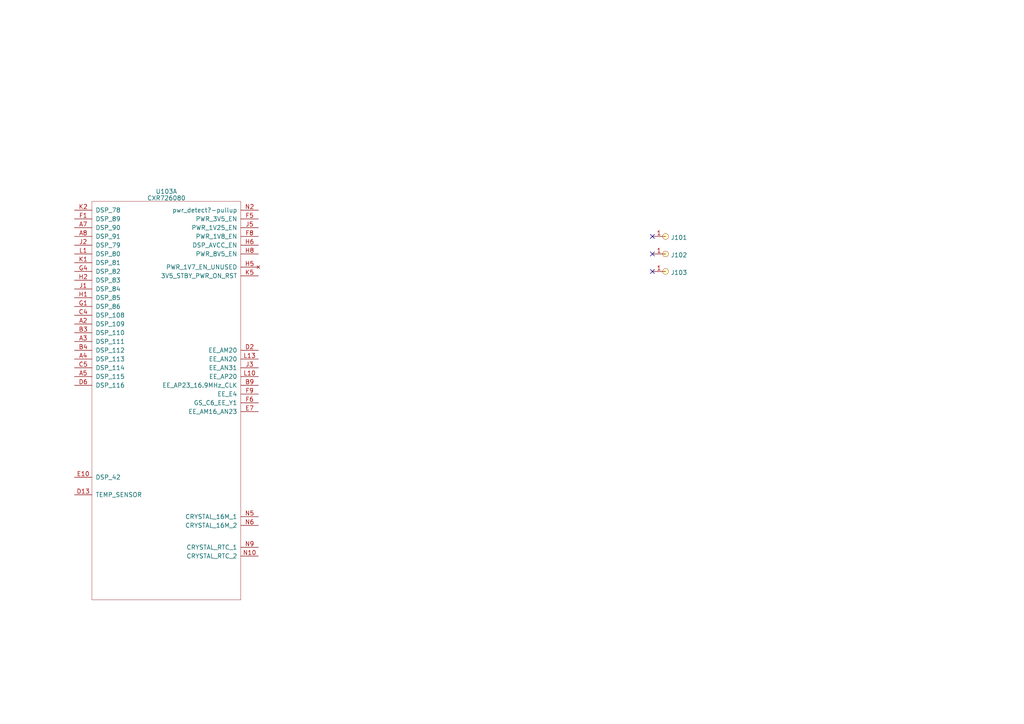
<source format=kicad_sch>
(kicad_sch (version 20230121) (generator eeschema)
  (paper "A4")
  (lib_symbols
    (symbol "PS2:CXD2976GB" (pin_names (offset 1.016))
      (property "Reference" "U" (at 25.4 16.51 0))
      (property "Value" "CXD2976GB" (at 25.4 19.05 0))
      (symbol "CXD2976GB_1_0"
        (text "EE 3,5V +2,5V Power Supply and Bypassing" (at 48.26 -15.24 0) (effects (font (size 1.27 1.27))))
        (pin passive line (at 2.54 0 270) (length 5.08) (name "3V5") (number "AA29"))
        (pin passive line (at 50.8 -31.75 90) (length 5.08) (name "GND") (number "AJ10"))
        (pin passive line (at 53.34 -31.75 90) (length 5.08) (name "GND") (number "AJ12"))
        (pin passive line (at 55.88 -31.75 90) (length 5.08) (name "GND") (number "AJ14"))
        (pin passive line (at 58.42 -31.75 90) (length 5.08) (name "GND") (number "AJ16"))
        (pin passive line (at 60.96 -31.75 90) (length 5.08) (name "GND") (number "AJ18"))
        (pin passive line (at 63.5 -31.75 90) (length 5.08) (name "GND") (number "AJ20"))
        (pin passive line (at 66.04 -31.75 90) (length 5.08) (name "GND") (number "AJ22"))
        (pin passive line (at 68.58 -31.75 90) (length 5.08) (name "GND") (number "AJ24"))
        (pin passive line (at 71.12 -31.75 90) (length 5.08) (name "GND") (number "AJ26"))
        (pin passive line (at 73.66 -31.75 90) (length 5.08) (name "GND") (number "AJ28"))
        (pin passive line (at 76.2 -31.75 90) (length 5.08) (name "GND") (number "AJ30"))
        (pin passive line (at 78.74 -31.75 90) (length 5.08) (name "GND") (number "AJ33"))
        (pin passive line (at 45.72 -31.75 90) (length 5.08) (name "GND") (number "AJ6"))
        (pin passive line (at 48.26 -31.75 90) (length 5.08) (name "GND") (number "AJ8"))
        (pin passive line (at 88.9 -31.75 90) (length 5.08) (name "GND") (number "AK11"))
        (pin passive line (at 91.44 -31.75 90) (length 5.08) (name "GND") (number "AK13"))
        (pin passive line (at 93.98 -31.75 90) (length 5.08) (name "GND") (number "AK15"))
        (pin passive line (at 81.28 -31.75 90) (length 5.08) (name "GND") (number "AK5"))
        (pin passive line (at 83.82 -31.75 90) (length 5.08) (name "GND") (number "AK7"))
        (pin passive line (at 86.36 -31.75 90) (length 5.08) (name "GND") (number "AK9"))
        (pin passive line (at 92.71 0 270) (length 5.08) (name "2V5") (number "AP2"))
        (pin passive line (at 95.25 0 270) (length 5.08) (name "2V5") (number "AP33"))
        (pin passive line (at 90.17 0 270) (length 5.08) (name "2V5") (number "B33"))
        (pin passive line (at 12.7 -31.75 90) (length 5.08) (name "GND") (number "E1"))
        (pin passive line (at 27.94 0 270) (length 5.08) (name "3V5") (number "E15"))
        (pin passive line (at 33.02 0 270) (length 5.08) (name "3V5") (number "E17"))
        (pin passive line (at 35.56 0 270) (length 5.08) (name "3V5") (number "E19"))
        (pin passive line (at 15.24 -31.75 90) (length 5.08) (name "GND") (number "E2"))
        (pin passive line (at 40.64 0 270) (length 5.08) (name "3V5") (number "E21"))
        (pin passive line (at 45.72 0 270) (length 5.08) (name "3V5") (number "E23"))
        (pin passive line (at 50.8 0 270) (length 5.08) (name "3V5") (number "E25"))
        (pin passive line (at 55.88 0 270) (length 5.08) (name "3V5") (number "E27"))
        (pin passive line (at 60.96 0 270) (length 5.08) (name "3V5") (number "E29"))
        (pin passive line (at 17.78 -31.75 90) (length 5.08) (name "GND") (number "E3"))
        (pin passive line (at 2.54 -31.75 90) (length 5.08) (name "GND") (number "E6"))
        (pin passive line (at 25.4 0 270) (length 5.08) (name "3V5") (number "F14"))
        (pin passive line (at 30.48 0 270) (length 5.08) (name "3V5") (number "F16"))
        (pin passive line (at 38.1 0 270) (length 5.08) (name "3V5") (number "F18"))
        (pin passive line (at 43.18 0 270) (length 5.08) (name "3V5") (number "F20"))
        (pin passive line (at 48.26 0 270) (length 5.08) (name "3V5") (number "F22"))
        (pin passive line (at 53.34 0 270) (length 5.08) (name "3V5") (number "F24"))
        (pin passive line (at 58.42 0 270) (length 5.08) (name "3V5") (number "F26"))
        (pin passive line (at 63.5 0 270) (length 5.08) (name "3V5") (number "F28"))
        (pin passive line (at 66.04 0 270) (length 5.08) (name "3V5") (number "F30"))
        (pin passive line (at 7.62 -31.75 90) (length 5.08) (name "GND") (number "F5"))
        (pin passive line (at 5.08 -31.75 90) (length 5.08) (name "GND") (number "F7"))
        (pin passive line (at 0 -31.75 90) (length 5.08) (name "GND") (number "F9"))
        (pin passive line (at 20.32 -31.75 90) (length 5.08) (name "GND") (number "G2"))
        (pin passive line (at 71.12 0 270) (length 5.08) (name "3V5") (number "G29"))
        (pin passive line (at 38.1 -31.75 90) (length 5.08) (name "GND") (number "G33"))
        (pin passive line (at 10.16 -31.75 90) (length 5.08) (name "GND") (number "G6"))
        (pin passive line (at 68.58 0 270) (length 5.08) (name "3V5") (number "H30"))
        (pin passive line (at 22.86 -31.75 90) (length 5.08) (name "GND") (number "H5"))
        (pin passive line (at 73.66 0 270) (length 5.08) (name "3V5") (number "J29"))
        (pin passive line (at 25.4 -31.75 90) (length 5.08) (name "GND") (number "J6"))
        (pin passive line (at 33.02 -31.75 90) (length 5.08) (name "GND") (number "K1"))
        (pin passive line (at 35.56 -31.75 90) (length 5.08) (name "GND") (number "K2"))
        (pin passive line (at 40.64 -31.75 90) (length 5.08) (name "GND") (number "K29"))
        (pin passive line (at 76.2 0 270) (length 5.08) (name "3V5") (number "K30"))
        (pin passive line (at 43.18 -31.75 90) (length 5.08) (name "GND") (number "K34"))
        (pin passive line (at 27.94 -31.75 90) (length 5.08) (name "GND") (number "K5"))
        (pin passive line (at 78.74 0 270) (length 5.08) (name "3V5") (number "L29"))
        (pin passive line (at 30.48 -31.75 90) (length 5.08) (name "GND") (number "L6"))
        (pin passive line (at 22.86 0 270) (length 5.08) (name "3V5") (number "M30"))
        (pin passive line (at 20.32 0 270) (length 5.08) (name "3V5") (number "N29"))
        (pin passive line (at 17.78 0 270) (length 5.08) (name "3V5") (number "P30"))
        (pin passive line (at 15.24 0 270) (length 5.08) (name "3V5") (number "R29"))
        (pin passive line (at 12.7 0 270) (length 5.08) (name "3V5") (number "T30"))
        (pin passive line (at 10.16 0 270) (length 5.08) (name "3V5") (number "U29"))
        (pin passive line (at 7.62 0 270) (length 5.08) (name "3V5") (number "V30"))
        (pin passive line (at 0 0 270) (length 5.08) (name "3V5") (number "W29"))
        (pin passive line (at 5.08 0 270) (length 5.08) (name "3V5") (number "Y30"))
      )
      (symbol "CXD2976GB_2_0"
        (text "EE 1,25V Power Supply and Bypassing" (at 82.55 -10.16 0) (effects (font (size 1.27 1.27))))
        (pin passive line (at 81.28 -25.4 90) (length 5.08) (name "GND") (number "A15"))
        (pin passive line (at 86.36 -25.4 90) (length 5.08) (name "GND") (number "A17"))
        (pin passive line (at 91.44 -25.4 90) (length 5.08) (name "GND") (number "A19"))
        (pin passive line (at 121.92 -25.4 90) (length 5.08) (name "GND") (number "A2"))
        (pin passive line (at 76.2 -25.4 90) (length 5.08) (name "GND") (number "A30"))
        (pin passive line (at 68.58 -25.4 90) (length 5.08) (name "GND") (number "A33"))
        (pin passive line (at 111.76 5.08 270) (length 5.08) (name "1V25") (number "AA14"))
        (pin passive line (at 109.22 5.08 270) (length 5.08) (name "1V25") (number "AA16"))
        (pin passive line (at 106.68 5.08 270) (length 5.08) (name "1V25") (number "AA18"))
        (pin passive line (at 104.14 5.08 270) (length 5.08) (name "1V25") (number "AA20"))
        (pin passive line (at 101.6 5.08 270) (length 5.08) (name "1V25") (number "AA22"))
        (pin passive line (at 38.1 -25.4 90) (length 5.08) (name "GND") (number "AA30"))
        (pin passive line (at 22.86 -25.4 90) (length 5.08) (name "GND") (number "AA33"))
        (pin passive line (at 124.46 5.08 270) (length 5.08) (name "1V25") (number "AB13"))
        (pin passive line (at 121.92 5.08 270) (length 5.08) (name "1V25") (number "AB15"))
        (pin passive line (at 119.38 5.08 270) (length 5.08) (name "1V25") (number "AB17"))
        (pin passive line (at 116.84 5.08 270) (length 5.08) (name "1V25") (number "AB19"))
        (pin passive line (at 114.3 5.08 270) (length 5.08) (name "1V25") (number "AB21"))
        (pin passive line (at 35.56 -25.4 90) (length 5.08) (name "GND") (number "AB29"))
        (pin passive line (at 20.32 -25.4 90) (length 5.08) (name "GND") (number "AB34"))
        (pin passive line (at 33.02 -25.4 90) (length 5.08) (name "GND") (number "AC30"))
        (pin passive line (at 17.78 -25.4 90) (length 5.08) (name "GND") (number "AC33"))
        (pin passive line (at 15.24 -25.4 90) (length 5.08) (name "GND") (number "AD29"))
        (pin passive line (at 2.54 -25.4 90) (length 5.08) (name "GND") (number "AD34"))
        (pin passive line (at 12.7 -25.4 90) (length 5.08) (name "GND") (number "AE30"))
        (pin passive line (at 10.16 -25.4 90) (length 5.08) (name "GND") (number "AF29"))
        (pin passive line (at 0 -25.4 90) (length 5.08) (name "GND") (number "AF32"))
        (pin passive line (at 7.62 -25.4 90) (length 5.08) (name "GND") (number "AG30"))
        (pin passive line (at 5.08 -25.4 90) (length 5.08) (name "GND") (number "AH29"))
        (pin passive line (at 132.08 5.08 270) (length 5.08) (name "1V25") (number "AJ11"))
        (pin passive line (at 134.62 5.08 270) (length 5.08) (name "1V25") (number "AJ13"))
        (pin passive line (at 137.16 5.08 270) (length 5.08) (name "1V25") (number "AJ15"))
        (pin passive line (at 139.7 5.08 270) (length 5.08) (name "1V25") (number "AJ17"))
        (pin passive line (at 142.24 5.08 270) (length 5.08) (name "1V25") (number "AJ19"))
        (pin passive line (at 129.54 5.08 270) (length 5.08) (name "1V25") (number "AJ9"))
        (pin passive line (at 147.32 5.08 270) (length 5.08) (name "1V25") (number "AK10"))
        (pin passive line (at 149.86 5.08 270) (length 5.08) (name "1V25") (number "AK12"))
        (pin passive line (at 152.4 5.08 270) (length 5.08) (name "1V25") (number "AK14"))
        (pin passive line (at 154.94 5.08 270) (length 5.08) (name "1V25") (number "AK16"))
        (pin passive line (at 157.48 5.08 270) (length 5.08) (name "1V25") (number "AK18"))
        (pin passive line (at 160.02 5.08 270) (length 5.08) (name "1V25") (number "AK20"))
        (pin passive line (at 144.78 5.08 270) (length 5.08) (name "1V25") (number "AK8"))
        (pin passive line (at 129.54 -25.4 90) (length 5.08) (name "GND") (number "B1"))
        (pin passive line (at 101.6 -25.4 90) (length 5.08) (name "GND") (number "B11"))
        (pin passive line (at 83.82 -25.4 90) (length 5.08) (name "GND") (number "B16"))
        (pin passive line (at 88.9 -25.4 90) (length 5.08) (name "GND") (number "B18"))
        (pin passive line (at 96.52 -25.4 90) (length 5.08) (name "GND") (number "B24"))
        (pin passive line (at 124.46 -25.4 90) (length 5.08) (name "GND") (number "B3"))
        (pin passive line (at 73.66 -25.4 90) (length 5.08) (name "GND") (number "B31"))
        (pin passive line (at 71.12 -25.4 90) (length 5.08) (name "GND") (number "B32"))
        (pin passive line (at 127 5.08 270) (length 5.08) (name "1V25") (number "B34"))
        (pin passive line (at 104.14 -25.4 90) (length 5.08) (name "GND") (number "B6"))
        (pin passive line (at 99.06 -25.4 90) (length 5.08) (name "GND") (number "C14"))
        (pin passive line (at 132.08 -25.4 90) (length 5.08) (name "GND") (number "C2"))
        (pin passive line (at 93.98 -25.4 90) (length 5.08) (name "GND") (number "C21"))
        (pin passive line (at 144.78 -25.4 90) (length 5.08) (name "GND") (number "C27"))
        (pin passive line (at 78.74 -25.4 90) (length 5.08) (name "GND") (number "C32"))
        (pin passive line (at 147.32 -25.4 90) (length 5.08) (name "GND") (number "C34"))
        (pin passive line (at 127 -25.4 90) (length 5.08) (name "GND") (number "C4"))
        (pin passive line (at 106.68 -25.4 90) (length 5.08) (name "GND") (number "C8"))
        (pin passive line (at 109.22 -25.4 90) (length 5.08) (name "GND") (number "C9"))
        (pin passive line (at 134.62 -25.4 90) (length 5.08) (name "GND") (number "D1"))
        (pin passive line (at 111.76 -25.4 90) (length 5.08) (name "GND") (number "D10"))
        (pin passive line (at 142.24 -25.4 90) (length 5.08) (name "GND") (number "D17"))
        (pin passive line (at 137.16 -25.4 90) (length 5.08) (name "GND") (number "D26"))
        (pin passive line (at 139.7 -25.4 90) (length 5.08) (name "GND") (number "D28"))
        (pin passive line (at 66.04 -25.4 90) (length 5.08) (name "GND") (number "D31"))
        (pin passive line (at 119.38 -25.4 90) (length 5.08) (name "GND") (number "D7"))
        (pin passive line (at 116.84 -25.4 90) (length 5.08) (name "GND") (number "D8"))
        (pin passive line (at 114.3 -25.4 90) (length 5.08) (name "GND") (number "D9"))
        (pin passive line (at 60.96 -25.4 90) (length 5.08) (name "GND") (number "M29"))
        (pin passive line (at 63.5 -25.4 90) (length 5.08) (name "GND") (number "M34"))
        (pin passive line (at 149.86 -25.4 90) (length 5.08) (name "GND") (number "M5"))
        (pin passive line (at 55.88 5.08 270) (length 5.08) (name "1V25") (number "N14"))
        (pin passive line (at 58.42 5.08 270) (length 5.08) (name "1V25") (number "N16"))
        (pin passive line (at 60.96 5.08 270) (length 5.08) (name "1V25") (number "N18"))
        (pin passive line (at 152.4 -25.4 90) (length 5.08) (name "GND") (number "N2"))
        (pin passive line (at 63.5 5.08 270) (length 5.08) (name "1V25") (number "N20"))
        (pin passive line (at 66.04 5.08 270) (length 5.08) (name "1V25") (number "N22"))
        (pin passive line (at 58.42 -25.4 90) (length 5.08) (name "GND") (number "N30"))
        (pin passive line (at 154.94 -25.4 90) (length 5.08) (name "GND") (number "N6"))
        (pin passive line (at 68.58 5.08 270) (length 5.08) (name "1V25") (number "P13"))
        (pin passive line (at 71.12 5.08 270) (length 5.08) (name "1V25") (number "P15"))
        (pin passive line (at 73.66 5.08 270) (length 5.08) (name "1V25") (number "P17"))
        (pin passive line (at 76.2 5.08 270) (length 5.08) (name "1V25") (number "P19"))
        (pin passive line (at 78.74 5.08 270) (length 5.08) (name "1V25") (number "P21"))
        (pin passive line (at 55.88 -25.4 90) (length 5.08) (name "GND") (number "P29"))
        (pin passive line (at 53.34 -25.4 90) (length 5.08) (name "GND") (number "P32"))
        (pin passive line (at 157.48 -25.4 90) (length 5.08) (name "GND") (number "P5"))
        (pin passive line (at 43.18 5.08 270) (length 5.08) (name "1V25") (number "R14"))
        (pin passive line (at 45.72 5.08 270) (length 5.08) (name "1V25") (number "R16"))
        (pin passive line (at 48.26 5.08 270) (length 5.08) (name "1V25") (number "R18"))
        (pin passive line (at 50.8 5.08 270) (length 5.08) (name "1V25") (number "R20"))
        (pin passive line (at 53.34 5.08 270) (length 5.08) (name "1V25") (number "R22"))
        (pin passive line (at 50.8 -25.4 90) (length 5.08) (name "GND") (number "R30"))
        (pin passive line (at 160.02 -25.4 90) (length 5.08) (name "GND") (number "R6"))
        (pin passive line (at 30.48 5.08 270) (length 5.08) (name "1V25") (number "T13"))
        (pin passive line (at 33.02 5.08 270) (length 5.08) (name "1V25") (number "T15"))
        (pin passive line (at 35.56 5.08 270) (length 5.08) (name "1V25") (number "T17"))
        (pin passive line (at 38.1 5.08 270) (length 5.08) (name "1V25") (number "T19"))
        (pin passive line (at 40.64 5.08 270) (length 5.08) (name "1V25") (number "T21"))
        (pin passive line (at 48.26 -25.4 90) (length 5.08) (name "GND") (number "T29"))
        (pin passive line (at 17.78 5.08 270) (length 5.08) (name "1V25") (number "U14"))
        (pin passive line (at 20.32 5.08 270) (length 5.08) (name "1V25") (number "U16"))
        (pin passive line (at 22.86 5.08 270) (length 5.08) (name "1V25") (number "U18"))
        (pin passive line (at 25.4 5.08 270) (length 5.08) (name "1V25") (number "U20"))
        (pin passive line (at 27.94 5.08 270) (length 5.08) (name "1V25") (number "U22"))
        (pin passive line (at 45.72 -25.4 90) (length 5.08) (name "GND") (number "U30"))
        (pin passive line (at 5.08 5.08 270) (length 5.08) (name "1V25") (number "V13"))
        (pin passive line (at 7.62 5.08 270) (length 5.08) (name "1V25") (number "V15"))
        (pin passive line (at 10.16 5.08 270) (length 5.08) (name "1V25") (number "V17"))
        (pin passive line (at 12.7 5.08 270) (length 5.08) (name "1V25") (number "V19"))
        (pin passive line (at 15.24 5.08 270) (length 5.08) (name "1V25") (number "V21"))
        (pin passive line (at 43.18 -25.4 90) (length 5.08) (name "GND") (number "V29"))
        (pin passive line (at 30.48 -25.4 90) (length 5.08) (name "GND") (number "V32"))
        (pin passive line (at 86.36 5.08 270) (length 5.08) (name "1V25") (number "W14"))
        (pin passive line (at 83.82 5.08 270) (length 5.08) (name "1V25") (number "W16"))
        (pin passive line (at 81.28 5.08 270) (length 5.08) (name "1V25") (number "W18"))
        (pin passive line (at 0 5.08 270) (length 5.08) (name "1V25") (number "W20"))
        (pin passive line (at 2.54 5.08 270) (length 5.08) (name "1V25") (number "W22"))
        (pin passive line (at 27.94 -25.4 90) (length 5.08) (name "GND") (number "W30"))
        (pin passive line (at 99.06 5.08 270) (length 5.08) (name "1V25") (number "Y13"))
        (pin passive line (at 96.52 5.08 270) (length 5.08) (name "1V25") (number "Y15"))
        (pin passive line (at 93.98 5.08 270) (length 5.08) (name "1V25") (number "Y17"))
        (pin passive line (at 91.44 5.08 270) (length 5.08) (name "1V25") (number "Y19"))
        (pin passive line (at 88.9 5.08 270) (length 5.08) (name "1V25") (number "Y21"))
        (pin passive line (at 40.64 -25.4 90) (length 5.08) (name "GND") (number "Y29"))
        (pin passive line (at 25.4 -25.4 90) (length 5.08) (name "GND") (number "Y34"))
      )
      (symbol "CXD2976GB_3_0"
        (text "EE 1,8V Power Supply and Bypassing" (at 68.58 -8.89 0) (effects (font (size 1.27 1.27))))
        (pin passive line (at 25.4 -22.86 90) (length 5.08) (name "GND") (number "AA4"))
        (pin passive line (at 33.02 3.81 270) (length 5.08) (name "1V8") (number "AA5"))
        (pin passive line (at 27.94 -22.86 90) (length 5.08) (name "GND") (number "AA6"))
        (pin passive line (at 30.48 -22.86 90) (length 5.08) (name "GND") (number "AB2"))
        (pin passive line (at 71.12 3.81 270) (length 5.08) (name "1V8") (number "AB30"))
        (pin passive line (at 33.02 -22.86 90) (length 5.08) (name "GND") (number "AB5"))
        (pin passive line (at 30.48 3.81 270) (length 5.08) (name "1V8") (number "AB6"))
        (pin passive line (at 73.66 3.81 270) (length 5.08) (name "1V8") (number "AC29"))
        (pin passive line (at 27.94 3.81 270) (length 5.08) (name "1V8") (number "AC5"))
        (pin passive line (at 35.56 -22.86 90) (length 5.08) (name "GND") (number "AC6"))
        (pin passive line (at 68.58 3.81 270) (length 5.08) (name "1V8") (number "AD30"))
        (pin passive line (at 38.1 -22.86 90) (length 5.08) (name "GND") (number "AD5"))
        (pin passive line (at 25.4 3.81 270) (length 5.08) (name "1V8") (number "AD6"))
        (pin passive line (at 40.64 -22.86 90) (length 5.08) (name "GND") (number "AE2"))
        (pin passive line (at 66.04 3.81 270) (length 5.08) (name "1V8") (number "AE29"))
        (pin passive line (at 22.86 3.81 270) (length 5.08) (name "1V8") (number "AE5"))
        (pin passive line (at 43.18 -22.86 90) (length 5.08) (name "GND") (number "AE6"))
        (pin passive line (at 63.5 3.81 270) (length 5.08) (name "1V8") (number "AF30"))
        (pin passive line (at 45.72 -22.86 90) (length 5.08) (name "GND") (number "AF5"))
        (pin passive line (at 20.32 3.81 270) (length 5.08) (name "1V8") (number "AF6"))
        (pin passive line (at 60.96 3.81 270) (length 5.08) (name "1V8") (number "AG29"))
        (pin passive line (at 17.78 3.81 270) (length 5.08) (name "1V8") (number "AG5"))
        (pin passive line (at 48.26 -22.86 90) (length 5.08) (name "GND") (number "AG6"))
        (pin passive line (at 50.8 -22.86 90) (length 5.08) (name "GND") (number "AH2"))
        (pin passive line (at 58.42 3.81 270) (length 5.08) (name "1V8") (number "AH30"))
        (pin passive line (at 53.34 -22.86 90) (length 5.08) (name "GND") (number "AH5"))
        (pin passive line (at 15.24 3.81 270) (length 5.08) (name "1V8") (number "AJ21"))
        (pin passive line (at 12.7 3.81 270) (length 5.08) (name "1V8") (number "AJ23"))
        (pin passive line (at 10.16 3.81 270) (length 5.08) (name "1V8") (number "AJ25"))
        (pin passive line (at 7.62 3.81 270) (length 5.08) (name "1V8") (number "AJ27"))
        (pin passive line (at 5.08 3.81 270) (length 5.08) (name "1V8") (number "AJ29"))
        (pin passive line (at 2.54 3.81 270) (length 5.08) (name "1V8") (number "AK22"))
        (pin passive line (at 0 3.81 270) (length 5.08) (name "1V8") (number "AK24"))
        (pin passive line (at 119.38 3.81 270) (length 5.08) (name "1V8") (number "AK26"))
        (pin passive line (at 121.92 3.81 270) (length 5.08) (name "1V8") (number "AK28"))
        (pin passive line (at 124.46 3.81 270) (length 5.08) (name "1V8") (number "AK30"))
        (pin passive line (at 127 3.81 270) (length 5.08) (name "1V8") (number "AL31"))
        (pin passive line (at 129.54 3.81 270) (length 5.08) (name "1V8") (number "AM32"))
        (pin passive line (at 132.08 3.81 270) (length 5.08) (name "1V8") (number "AN33"))
        (pin passive line (at 81.28 3.81 270) (length 5.08) (name "1V8") (number "B2"))
        (pin passive line (at 78.74 3.81 270) (length 5.08) (name "1V8") (number "C3"))
        (pin passive line (at 76.2 3.81 270) (length 5.08) (name "1V8") (number "D4"))
        (pin passive line (at 127 -22.86 90) (length 5.08) (name "GND") (number "E10"))
        (pin passive line (at 111.76 3.81 270) (length 5.08) (name "1V8") (number "E11"))
        (pin passive line (at 121.92 -22.86 90) (length 5.08) (name "GND") (number "E12"))
        (pin passive line (at 116.84 3.81 270) (length 5.08) (name "1V8") (number "E13"))
        (pin passive line (at 116.84 -22.86 90) (length 5.08) (name "GND") (number "E14"))
        (pin passive line (at 111.76 -22.86 90) (length 5.08) (name "GND") (number "E16"))
        (pin passive line (at 109.22 -22.86 90) (length 5.08) (name "GND") (number "E18"))
        (pin passive line (at 104.14 -22.86 90) (length 5.08) (name "GND") (number "E20"))
        (pin passive line (at 99.06 -22.86 90) (length 5.08) (name "GND") (number "E22"))
        (pin passive line (at 93.98 -22.86 90) (length 5.08) (name "GND") (number "E24"))
        (pin passive line (at 88.9 -22.86 90) (length 5.08) (name "GND") (number "E26"))
        (pin passive line (at 83.82 -22.86 90) (length 5.08) (name "GND") (number "E28"))
        (pin passive line (at 58.42 -22.86 90) (length 5.08) (name "GND") (number "E30"))
        (pin passive line (at 55.88 -22.86 90) (length 5.08) (name "GND") (number "E31"))
        (pin passive line (at 96.52 3.81 270) (length 5.08) (name "1V8") (number "E5"))
        (pin passive line (at 101.6 3.81 270) (length 5.08) (name "1V8") (number "E7"))
        (pin passive line (at 132.08 -22.86 90) (length 5.08) (name "GND") (number "E8"))
        (pin passive line (at 106.68 3.81 270) (length 5.08) (name "1V8") (number "E9"))
        (pin passive line (at 109.22 3.81 270) (length 5.08) (name "1V8") (number "F10"))
        (pin passive line (at 129.54 -22.86 90) (length 5.08) (name "GND") (number "F11"))
        (pin passive line (at 114.3 3.81 270) (length 5.08) (name "1V8") (number "F12"))
        (pin passive line (at 124.46 -22.86 90) (length 5.08) (name "GND") (number "F13"))
        (pin passive line (at 119.38 -22.86 90) (length 5.08) (name "GND") (number "F15"))
        (pin passive line (at 114.3 -22.86 90) (length 5.08) (name "GND") (number "F17"))
        (pin passive line (at 106.68 -22.86 90) (length 5.08) (name "GND") (number "F19"))
        (pin passive line (at 101.6 -22.86 90) (length 5.08) (name "GND") (number "F21"))
        (pin passive line (at 96.52 -22.86 90) (length 5.08) (name "GND") (number "F23"))
        (pin passive line (at 91.44 -22.86 90) (length 5.08) (name "GND") (number "F25"))
        (pin passive line (at 86.36 -22.86 90) (length 5.08) (name "GND") (number "F27"))
        (pin passive line (at 60.96 -22.86 90) (length 5.08) (name "GND") (number "F29"))
        (pin passive line (at 81.28 -22.86 90) (length 5.08) (name "GND") (number "F34"))
        (pin passive line (at 99.06 3.81 270) (length 5.08) (name "1V8") (number "F6"))
        (pin passive line (at 104.14 3.81 270) (length 5.08) (name "1V8") (number "F8"))
        (pin passive line (at 63.5 -22.86 90) (length 5.08) (name "GND") (number "G30"))
        (pin passive line (at 91.44 3.81 270) (length 5.08) (name "1V8") (number "G5"))
        (pin passive line (at 66.04 -22.86 90) (length 5.08) (name "GND") (number "H29"))
        (pin passive line (at 73.66 -22.86 90) (length 5.08) (name "GND") (number "H34"))
        (pin passive line (at 93.98 3.81 270) (length 5.08) (name "1V8") (number "H6"))
        (pin passive line (at 68.58 -22.86 90) (length 5.08) (name "GND") (number "J30"))
        (pin passive line (at 71.12 -22.86 90) (length 5.08) (name "GND") (number "J33"))
        (pin passive line (at 86.36 3.81 270) (length 5.08) (name "1V8") (number "J5"))
        (pin passive line (at 88.9 3.81 270) (length 5.08) (name "1V8") (number "K6"))
        (pin passive line (at 78.74 -22.86 90) (length 5.08) (name "GND") (number "L30"))
        (pin passive line (at 76.2 -22.86 90) (length 5.08) (name "GND") (number "L33"))
        (pin passive line (at 83.82 3.81 270) (length 5.08) (name "1V8") (number "L5"))
        (pin passive line (at 55.88 3.81 270) (length 5.08) (name "1V8") (number "M6"))
        (pin passive line (at 53.34 3.81 270) (length 5.08) (name "1V8") (number "N5"))
        (pin passive line (at 50.8 3.81 270) (length 5.08) (name "1V8") (number "P6"))
        (pin passive line (at 48.26 3.81 270) (length 5.08) (name "1V8") (number "R5"))
        (pin passive line (at 0 -22.86 90) (length 5.08) (name "GND") (number "T2"))
        (pin passive line (at 2.54 -22.86 90) (length 5.08) (name "GND") (number "T5"))
        (pin passive line (at 45.72 3.81 270) (length 5.08) (name "1V8") (number "T6"))
        (pin passive line (at 5.08 -22.86 90) (length 5.08) (name "GND") (number "U4"))
        (pin passive line (at 43.18 3.81 270) (length 5.08) (name "1V8") (number "U5"))
        (pin passive line (at 7.62 -22.86 90) (length 5.08) (name "GND") (number "U6"))
        (pin passive line (at 10.16 -22.86 90) (length 5.08) (name "GND") (number "V3"))
        (pin passive line (at 12.7 -22.86 90) (length 5.08) (name "GND") (number "V5"))
        (pin passive line (at 40.64 3.81 270) (length 5.08) (name "1V8") (number "V6"))
        (pin passive line (at 15.24 -22.86 90) (length 5.08) (name "GND") (number "W4"))
        (pin passive line (at 38.1 3.81 270) (length 5.08) (name "1V8") (number "W5"))
        (pin passive line (at 17.78 -22.86 90) (length 5.08) (name "GND") (number "W6"))
        (pin passive line (at 20.32 -22.86 90) (length 5.08) (name "GND") (number "Y3"))
        (pin passive line (at 22.86 -22.86 90) (length 5.08) (name "GND") (number "Y5"))
        (pin passive line (at 35.56 3.81 270) (length 5.08) (name "1V8") (number "Y6"))
      )
      (symbol "CXD2976GB_4_0"
        (text "GROUND" (at 25.4 3.81 0) (effects (font (size 1.27 1.27))))
        (pin passive line (at 0 -81.28 0) (length 5.08) (name "GND") (number "AA13"))
        (pin passive line (at 0 -83.82 0) (length 5.08) (name "GND") (number "AA15"))
        (pin passive line (at 0 -86.36 0) (length 5.08) (name "GND") (number "AA17"))
        (pin passive line (at 0 -88.9 0) (length 5.08) (name "GND") (number "AA19"))
        (pin passive line (at 0 -91.44 0) (length 5.08) (name "GND") (number "AA21"))
        (pin passive line (at 0 -93.98 0) (length 5.08) (name "GND") (number "AB14"))
        (pin passive line (at 0 -96.52 0) (length 5.08) (name "GND") (number "AB16"))
        (pin passive line (at 0 -99.06 0) (length 5.08) (name "GND") (number "AB18"))
        (pin passive line (at 0 -101.6 0) (length 5.08) (name "GND") (number "AB20"))
        (pin passive line (at 0 -104.14 0) (length 5.08) (name "GND") (number "AB22"))
        (pin passive line (at 0 0 0) (length 5.08) (name "GND") (number "AK17"))
        (pin passive line (at 0 -2.54 0) (length 5.08) (name "GND") (number "AK19"))
        (pin passive line (at 0 -5.08 0) (length 5.08) (name "GND") (number "AK21"))
        (pin passive line (at 0 -7.62 0) (length 5.08) (name "GND") (number "AK23"))
        (pin passive line (at 0 -10.16 0) (length 5.08) (name "GND") (number "AK25"))
        (pin passive line (at 0 -12.7 0) (length 5.08) (name "GND") (number "AK27"))
        (pin passive line (at 0 -15.24 0) (length 5.08) (name "GND") (number "AK29"))
        (pin passive line (at 0 -17.78 0) (length 5.08) (name "GND") (number "AK31"))
        (pin passive line (at 0 -27.94 0) (length 5.08) (name "GND") (number "AL12"))
        (pin passive line (at 0 -30.48 0) (length 5.08) (name "GND") (number "AL16"))
        (pin passive line (at 0 -33.02 0) (length 5.08) (name "GND") (number "AL18"))
        (pin passive line (at 0 -35.56 0) (length 5.08) (name "GND") (number "AL21"))
        (pin passive line (at 0 -38.1 0) (length 5.08) (name "GND") (number "AL23"))
        (pin passive line (at 0 -40.64 0) (length 5.08) (name "GND") (number "AL28"))
        (pin passive line (at 0 -43.18 0) (length 5.08) (name "GND") (number "AL30"))
        (pin passive line (at 0 -45.72 0) (length 5.08) (name "GND") (number "AL32"))
        (pin passive line (at 0 -20.32 0) (length 5.08) (name "GND") (number "AL4"))
        (pin passive line (at 0 -22.86 0) (length 5.08) (name "GND") (number "AL6"))
        (pin passive line (at 0 -25.4 0) (length 5.08) (name "GND") (number "AL9"))
        (pin passive line (at 0 -53.34 0) (length 5.08) (name "GND") (number "AM14"))
        (pin passive line (at 0 -55.88 0) (length 5.08) (name "GND") (number "AM17"))
        (pin passive line (at 49.53 0 180) (length 5.08) (name "GND") (number "AM22"))
        (pin passive line (at 49.53 -2.54 180) (length 5.08) (name "GND") (number "AM25"))
        (pin passive line (at 49.53 -5.08 180) (length 5.08) (name "GND") (number "AM28"))
        (pin passive line (at 0 -48.26 0) (length 5.08) (name "GND") (number "AM3"))
        (pin passive line (at 49.53 -7.62 180) (length 5.08) (name "GND") (number "AM31"))
        (pin passive line (at 49.53 -10.16 180) (length 5.08) (name "GND") (number "AM33"))
        (pin passive line (at 0 -50.8 0) (length 5.08) (name "GND") (number "AM7"))
        (pin passive line (at 49.53 -12.7 180) (length 5.08) (name "GND") (number "AN1"))
        (pin passive line (at 49.53 -15.24 180) (length 5.08) (name "GND") (number "AN2"))
        (pin passive line (at 49.53 -20.32 180) (length 5.08) (name "GND") (number "AN32"))
        (pin passive line (at 49.53 -22.86 180) (length 5.08) (name "GND") (number "AN34"))
        (pin passive line (at 49.53 -17.78 180) (length 5.08) (name "GND") (number "AN5"))
        (pin passive line (at 49.53 -25.4 180) (length 5.08) (name "GND") (number "N13"))
        (pin passive line (at 49.53 -27.94 180) (length 5.08) (name "GND") (number "N15"))
        (pin passive line (at 49.53 -30.48 180) (length 5.08) (name "GND") (number "N17"))
        (pin passive line (at 49.53 -33.02 180) (length 5.08) (name "GND") (number "N19"))
        (pin passive line (at 49.53 -35.56 180) (length 5.08) (name "GND") (number "N21"))
        (pin passive line (at 49.53 -38.1 180) (length 5.08) (name "GND") (number "P14"))
        (pin passive line (at 49.53 -40.64 180) (length 5.08) (name "GND") (number "P16"))
        (pin passive line (at 49.53 -43.18 180) (length 5.08) (name "GND") (number "P18"))
        (pin passive line (at 49.53 -45.72 180) (length 5.08) (name "GND") (number "P20"))
        (pin passive line (at 49.53 -48.26 180) (length 5.08) (name "GND") (number "P22"))
        (pin passive line (at 49.53 -50.8 180) (length 5.08) (name "GND") (number "R13"))
        (pin passive line (at 49.53 -53.34 180) (length 5.08) (name "GND") (number "R15"))
        (pin passive line (at 49.53 -55.88 180) (length 5.08) (name "GND") (number "R17"))
        (pin passive line (at 49.53 -58.42 180) (length 5.08) (name "GND") (number "R19"))
        (pin passive line (at 49.53 -60.96 180) (length 5.08) (name "GND") (number "R21"))
        (pin passive line (at 49.53 -63.5 180) (length 5.08) (name "GND") (number "T14"))
        (pin passive line (at 49.53 -66.04 180) (length 5.08) (name "GND") (number "T16"))
        (pin passive line (at 49.53 -68.58 180) (length 5.08) (name "GND") (number "T18"))
        (pin passive line (at 49.53 -71.12 180) (length 5.08) (name "GND") (number "T20"))
        (pin passive line (at 49.53 -73.66 180) (length 5.08) (name "GND") (number "T22"))
        (pin passive line (at 49.53 -76.2 180) (length 5.08) (name "GND") (number "U13"))
        (pin passive line (at 49.53 -78.74 180) (length 5.08) (name "GND") (number "U15"))
        (pin passive line (at 49.53 -81.28 180) (length 5.08) (name "GND") (number "U17"))
        (pin passive line (at 49.53 -83.82 180) (length 5.08) (name "GND") (number "U19"))
        (pin passive line (at 49.53 -86.36 180) (length 5.08) (name "GND") (number "U21"))
        (pin passive line (at 49.53 -88.9 180) (length 5.08) (name "GND") (number "V14"))
        (pin passive line (at 49.53 -91.44 180) (length 5.08) (name "GND") (number "V16"))
        (pin passive line (at 49.53 -93.98 180) (length 5.08) (name "GND") (number "V18"))
        (pin passive line (at 49.53 -96.52 180) (length 5.08) (name "GND") (number "V20"))
        (pin passive line (at 49.53 -99.06 180) (length 5.08) (name "GND") (number "V22"))
        (pin passive line (at 49.53 -101.6 180) (length 5.08) (name "GND") (number "W13"))
        (pin passive line (at 0 -58.42 0) (length 5.08) (name "GND") (number "W15"))
        (pin passive line (at 0 -60.96 0) (length 5.08) (name "GND") (number "W17"))
        (pin passive line (at 0 -63.5 0) (length 5.08) (name "GND") (number "W19"))
        (pin passive line (at 0 -66.04 0) (length 5.08) (name "GND") (number "W21"))
        (pin passive line (at 0 -68.58 0) (length 5.08) (name "GND") (number "Y14"))
        (pin passive line (at 0 -71.12 0) (length 5.08) (name "GND") (number "Y16"))
        (pin passive line (at 0 -73.66 0) (length 5.08) (name "GND") (number "Y18"))
        (pin passive line (at 0 -76.2 0) (length 5.08) (name "GND") (number "Y20"))
        (pin passive line (at 0 -78.74 0) (length 5.08) (name "GND") (number "Y22"))
      )
      (symbol "CXD2976GB_5_0"
        (text "GS INTERFACE" (at 25.4 3.81 0) (effects (font (size 1.27 1.27))))
        (pin passive line (at 0 -95.25 0) (length 5.08) (name "GS_W22") (number "A10"))
        (pin passive line (at 0 -91.44 0) (length 5.08) (name "GS_V22") (number "A11"))
        (pin passive line (at 0 -86.36 0) (length 5.08) (name "GS_U22") (number "A12"))
        (pin passive line (at 0 -80.01 0) (length 5.08) (name "GS_T22") (number "A13"))
        (pin passive line (at 0 -74.93 0) (length 5.08) (name "GS_R22") (number "A14"))
        (pin passive line (at 0 -68.58 0) (length 5.08) (name "GS_N22") (number "A16"))
        (pin passive line (at 0 -63.5 0) (length 5.08) (name "GS_L22") (number "A18"))
        (pin passive line (at 0 -54.61 0) (length 5.08) (name "GS_J22") (number "A20"))
        (pin passive line (at 0 -52.07 0) (length 5.08) (name "GS_H22") (number "A21"))
        (pin passive line (at 0 -45.72 0) (length 5.08) (name "GS_G22") (number "A22"))
        (pin passive line (at 0 -40.64 0) (length 5.08) (name "GS_F22") (number "A23"))
        (pin passive line (at 0 -36.83 0) (length 5.08) (name "GS_E22") (number "A24"))
        (pin passive line (at 0 -31.75 0) (length 5.08) (name "GS_D22") (number "A25"))
        (pin passive line (at 0 -25.4 0) (length 5.08) (name "GS_C22") (number "A26"))
        (pin passive line (at 0 -20.32 0) (length 5.08) (name "GS_A20") (number "A27"))
        (pin passive line (at 0 -13.97 0) (length 5.08) (name "GS_A19") (number "A28"))
        (pin passive line (at 0 -8.89 0) (length 5.08) (name "GS_A18") (number "A29"))
        (pin passive line (at 0 -130.81 0) (length 5.08) (name "GS_AB15") (number "A3"))
        (pin passive line (at 0 0 0) (length 5.08) (name "GS_A16") (number "A31"))
        (pin passive line (at 0 -2.54 0) (length 5.08) (name "GS_A15") (number "A32"))
        (pin passive line (at 0 -128.27 0) (length 5.08) (name "GS_AB16") (number "A4"))
        (pin passive line (at 0 -120.65 0) (length 5.08) (name "GS_AB17") (number "A5"))
        (pin passive line (at 0 -118.11 0) (length 5.08) (name "GS_AB18") (number "A6"))
        (pin passive line (at 0 -109.22 0) (length 5.08) (name "GS_AB19") (number "A7"))
        (pin passive line (at 0 -106.68 0) (length 5.08) (name "GS_AB20") (number "A8"))
        (pin passive line (at 0 -100.33 0) (length 5.08) (name "GS_Y22") (number "A9"))
        (pin passive line (at 0 -97.79 0) (length 5.08) (name "GS_W21") (number "B10"))
        (pin passive line (at 0 -88.9 0) (length 5.08) (name "GS_U21") (number "B12"))
        (pin passive line (at 0 -83.82 0) (length 5.08) (name "GS_T21") (number "B13"))
        (pin passive line (at 0 -77.47 0) (length 5.08) (name "GS_R21") (number "B14"))
        (pin passive line (at 0 -72.39 0) (length 5.08) (name "GS_P21") (number "B15"))
        (pin passive line (at 49.53 -57.15 180) (length 5.08) (name "GS_M21") (number "B17"))
        (pin passive line (at 0 -59.69 0) (length 5.08) (name "GS_K21") (number "B19"))
        (pin passive line (at 0 -57.15 0) (length 5.08) (name "GS_J21") (number "B20"))
        (pin passive line (at 49.53 -36.83 180) (length 5.08) (name "GS_H21") (number "B21"))
        (pin passive line (at 0 -48.26 0) (length 5.08) (name "GS_G21") (number "B22"))
        (pin passive line (at 0 -43.18 0) (length 5.08) (name "GS_F21") (number "B23"))
        (pin passive line (at 0 -34.29 0) (length 5.08) (name "GS_D21") (number "B25"))
        (pin passive line (at 0 -29.21 0) (length 5.08) (name "GS_C21") (number "B26"))
        (pin passive line (at 0 -22.86 0) (length 5.08) (name "GS_B20") (number "B27"))
        (pin passive line (at 0 -17.78 0) (length 5.08) (name "GS_B19") (number "B28"))
        (pin passive line (at 0 -11.43 0) (length 5.08) (name "GS_B18") (number "B29"))
        (pin passive line (at 0 -6.35 0) (length 5.08) (name "GS_B17") (number "B30"))
        (pin passive line (at 0 -125.73 0) (length 5.08) (name "GS_AA16") (number "B4"))
        (pin passive line (at 0 -123.19 0) (length 5.08) (name "GS_AA17") (number "B5"))
        (pin passive line (at 0 -111.76 0) (length 5.08) (name "GS_AA19") (number "B7"))
        (pin passive line (at 49.53 -107.95 180) (length 5.08) (name "GS_AA20") (number "B8"))
        (pin passive line (at 0 -102.87 0) (length 5.08) (name "GS_Y21") (number "B9"))
        (pin passive line (at 0 -134.62 0) (length 5.08) (name "GS_AB13") (number "C1"))
        (pin passive line (at 49.53 -93.98 180) (length 5.08) (name "GS_W20") (number "C10"))
        (pin passive line (at 49.53 -87.63 180) (length 5.08) (name "GS_V20") (number "C11"))
        (pin passive line (at 49.53 -82.55 180) (length 5.08) (name "GS_U20") (number "C12"))
        (pin passive line (at 49.53 -76.2 180) (length 5.08) (name "GS_T20") (number "C13"))
        (pin passive line (at 49.53 -68.58 180) (length 5.08) (name "GS_P20") (number "C15"))
        (pin passive line (at 49.53 -62.23 180) (length 5.08) (name "GS_N20") (number "C16"))
        (pin passive line (at 49.53 -59.69 180) (length 5.08) (name "GS_M20") (number "C17"))
        (pin passive line (at 49.53 -50.8 180) (length 5.08) (name "GS_L20") (number "C18"))
        (pin passive line (at 49.53 -45.72 180) (length 5.08) (name "GS_K20") (number "C19"))
        (pin passive line (at 49.53 -39.37 180) (length 5.08) (name "GS_J20") (number "C20"))
        (pin passive line (at 49.53 -27.94 180) (length 5.08) (name "GS_G20") (number "C22"))
        (pin passive line (at 49.53 -22.86 180) (length 5.08) (name "GS_F20") (number "C23"))
        (pin passive line (at 49.53 -16.51 180) (length 5.08) (name "GS_E20") (number "C24"))
        (pin passive line (at 49.53 -13.97 180) (length 5.08) (name "GS_D20") (number "C25"))
        (pin passive line (at 49.53 -11.43 180) (length 5.08) (name "GS_C19") (number "C28"))
        (pin passive line (at 49.53 -5.08 180) (length 5.08) (name "GS_C18") (number "C29"))
        (pin passive line (at 49.53 0 180) (length 5.08) (name "GS_C17") (number "C30"))
        (pin passive line (at 49.53 -104.14 180) (length 5.08) (name "GS_Y17") (number "C5"))
        (pin passive line (at 49.53 -99.06 180) (length 5.08) (name "GS_Y18") (number "C6"))
        (pin passive line (at 49.53 -96.52 180) (length 5.08) (name "GS_Y19") (number "C7"))
        (pin passive line (at 49.53 -91.44 180) (length 5.08) (name "GS_V19") (number "D11"))
        (pin passive line (at 49.53 -85.09 180) (length 5.08) (name "GS_U19") (number "D12"))
        (pin passive line (at 49.53 -80.01 180) (length 5.08) (name "GS_T19") (number "D13"))
        (pin passive line (at 49.53 -73.66 180) (length 5.08) (name "GS_R19") (number "D14"))
        (pin passive line (at 49.53 -71.12 180) (length 5.08) (name "GS_P19") (number "D15"))
        (pin passive line (at 49.53 -64.77 180) (length 5.08) (name "GS_N19") (number "D16"))
        (pin passive line (at 49.53 -53.34 180) (length 5.08) (name "GS_L19") (number "D18"))
        (pin passive line (at 49.53 -48.26 180) (length 5.08) (name "GS_K19") (number "D19"))
        (pin passive line (at 49.53 -41.91 180) (length 5.08) (name "GS_J19") (number "D20"))
        (pin passive line (at 49.53 -34.29 180) (length 5.08) (name "GS_H19") (number "D21"))
        (pin passive line (at 49.53 -30.48 180) (length 5.08) (name "GS_G19") (number "D22"))
        (pin passive line (at 49.53 -25.4 180) (length 5.08) (name "GS_F19") (number "D23"))
        (pin passive line (at 49.53 -19.05 180) (length 5.08) (name "GS_E19") (number "D24"))
        (pin passive line (at 49.53 -7.62 180) (length 5.08) (name "GS_D18") (number "D29"))
        (pin passive line (at 49.53 -2.54 180) (length 5.08) (name "GS_D17") (number "D30"))
        (pin passive line (at 49.53 -111.76 180) (length 5.08) (name "GS_W17") (number "D5"))
        (pin passive line (at 49.53 -114.3 180) (length 5.08) (name "GS_W18") (number "D6"))
      )
      (symbol "CXD2976GB_6_0"
        (pin passive line (at 0 -54.61 0) (length 5.08) (name "DSP_140_HA00") (number "AA31"))
        (pin passive line (at 0 -57.15 0) (length 5.08) (name "DSP_139_HA01") (number "AA32"))
        (pin passive line (at 0 -67.31 0) (length 5.08) (name "DSP_179_SCLK0") (number "AA34"))
        (pin passive line (at 58.42 -132.08 180) (length 5.08) (name "TESTPOINT") (number "AB3"))
        (pin passive line (at 0 -80.01 0) (length 5.08) (name "DSP_145_HDB13") (number "AB31"))
        (pin passive line (at 0 -82.55 0) (length 5.08) (name "DSP_144_HDB14") (number "AB32"))
        (pin passive line (at 0 -85.09 0) (length 5.08) (name "DSP_143_HDB15") (number "AB33"))
        (pin passive line (at 58.42 -134.62 180) (length 5.08) (name "TESTPOINT") (number "AB4"))
        (pin passive line (at 58.42 -137.16 180) (length 5.08) (name "TESTPOINT") (number "AC2"))
        (pin passive line (at 58.42 -139.7 180) (length 5.08) (name "TESTPOINT") (number "AC3"))
        (pin passive line (at 0 -105.41 0) (length 5.08) (name "DSP_149_HDB11") (number "AC31"))
        (pin passive line (at 0 -77.47 0) (length 5.08) (name "DSP_146_HDB12") (number "AC32"))
        (pin passive line (at 0 -92.71 0) (length 5.08) (name "DSP_176_SCLK1") (number "AC34"))
        (pin passive line (at 0 -100.33 0) (length 5.08) (name "DSP_152_HDB08") (number "AD31"))
        (pin passive line (at 0 -102.87 0) (length 5.08) (name "DSP_151_HDB09") (number "AD32"))
        (pin passive line (at 0 -118.11 0) (length 5.08) (name "DSP_150_HDB10") (number "AD33"))
        (pin passive line (at 0 -97.79 0) (length 5.08) (name "DSP_158_HDB04") (number "AE31"))
        (pin passive line (at 0 -110.49 0) (length 5.08) (name "DSP_157_HDB05") (number "AE32"))
        (pin passive line (at 0 -113.03 0) (length 5.08) (name "DSP_156_HDB06") (number "AE33"))
        (pin passive line (at 0 -115.57 0) (length 5.08) (name "DSP_155_HDB07") (number "AE34"))
        (pin passive line (at 0 -127 0) (length 5.08) (name "DSP_163_HDB01") (number "AF31"))
        (pin passive line (at 0 -129.54 0) (length 5.08) (name "DSP_162_HDB02") (number "AF33"))
        (pin passive line (at 0 -132.08 0) (length 5.08) (name "DSP_161_HDB03") (number "AF34"))
        (pin passive line (at 0 -137.16 0) (length 5.08) (name "DSP_169_XHCS") (number "AG31"))
        (pin passive line (at 0 -144.78 0) (length 5.08) (name "DSP_168_XHRD") (number "AG32"))
        (pin passive line (at 0 -147.32 0) (length 5.08) (name "DSP_167_XHWR") (number "AG33"))
        (pin passive line (at 0 -124.46 0) (length 5.08) (name "DSP_164_HDB00") (number "AG34"))
        (pin passive line (at 58.42 -22.86 180) (length 5.08) (name "BIOS_CE1") (number "AH31"))
        (pin passive line (at 0 -160.02 0) (length 5.08) (name "DSP_175_/HINT") (number "AH32"))
        (pin passive line (at 0 -163.83 0) (length 5.08) (name "DSP_174_HACK") (number "AH33"))
        (pin passive line (at 0 -167.64 0) (length 5.08) (name "DSP_173_HDRQ") (number "AH34"))
        (pin passive line (at 58.42 -86.36 180) (length 5.08) (name "TP1") (number "AH6"))
        (pin passive line (at 58.42 0 180) (length 5.08) (name "BIOS_12") (number "AJ31"))
        (pin passive line (at 58.42 -2.54 180) (length 5.08) (name "BIOS_A17") (number "AJ32"))
        (pin passive line (at 58.42 -5.08 180) (length 5.08) (name "BIOS_A18") (number "AJ34"))
        (pin passive line (at 58.42 -88.9 180) (length 5.08) (name "TP1") (number "AJ5"))
        (pin passive line (at 58.42 -100.33 180) (length 5.08) (name "TP2") (number "AJ7"))
        (pin passive line (at 58.42 -7.62 180) (length 5.08) (name "BIOS_A15") (number "AK32"))
        (pin passive line (at 58.42 -10.16 180) (length 5.08) (name "BIOS_A16") (number "AK33"))
        (pin passive line (at 58.42 -12.7 180) (length 5.08) (name "BIOS_CE2") (number "AK34"))
        (pin passive line (at 58.42 -91.44 180) (length 5.08) (name "TP1") (number "AK4"))
        (pin passive line (at 58.42 -102.87 180) (length 5.08) (name "TP2") (number "AK6"))
        (pin passive line (at 58.42 -80.01 180) (length 5.08) (name "CONN_TO_AL11") (number "AL10"))
        (pin passive line (at 58.42 -82.55 180) (length 5.08) (name "CONN_TO_AL10") (number "AL11"))
        (pin passive line (at 58.42 -144.78 180) (length 5.08) (name "TESTPOINT") (number "AL15"))
        (pin passive line (at 58.42 -93.98 180) (length 5.08) (name "TP1") (number "AL3"))
        (pin passive line (at 58.42 -15.24 180) (length 5.08) (name "BIOS_A20") (number "AL33"))
        (pin passive line (at 58.42 -17.78 180) (length 5.08) (name "BIOS_A19") (number "AL34"))
        (pin passive line (at 58.42 -105.41 180) (length 5.08) (name "TP2") (number "AL5"))
        (pin passive line (at 58.42 -142.24 180) (length 5.08) (name "TESTPOINT") (number "AM15"))
        (pin passive line (at 58.42 -44.45 180) (length 5.08) (name "MECHACON_E7") (number "AM16"))
        (pin passive line (at 58.42 -96.52 180) (length 5.08) (name "TP1") (number "AM2"))
        (pin passive line (at 58.42 -46.99 180) (length 5.08) (name "MECHACON_D2") (number "AM20"))
        (pin passive line (at 58.42 -154.94 180) (length 5.08) (name "EXP_HDR") (number "AM26"))
        (pin passive line (at 58.42 -162.56 180) (length 5.08) (name "EXP_HDR") (number "AM29"))
        (pin passive line (at 58.42 -172.72 180) (length 5.08) (name "EXP_HDR") (number "AM30"))
        (pin passive line (at 58.42 -20.32 180) (length 5.08) (name "BIOS_13_14") (number "AM34"))
        (pin passive line (at 58.42 -107.95 180) (length 5.08) (name "TP2") (number "AM4"))
        (pin passive line (at 58.42 -147.32 180) (length 5.08) (name "TESTPOINT") (number "AN19"))
        (pin passive line (at 58.42 -49.53 180) (length 5.08) (name "MECHACON_L13") (number "AN20"))
        (pin passive line (at 58.42 -41.91 180) (length 5.08) (name "MECHACON_E7") (number "AN23"))
        (pin passive line (at 58.42 -175.26 180) (length 5.08) (name "EXP_HDR") (number "AN27"))
        (pin passive line (at 58.42 -170.18 180) (length 5.08) (name "EXP_HDR") (number "AN28"))
        (pin passive line (at 58.42 -177.8 180) (length 5.08) (name "EXP_HDR") (number "AN29"))
        (pin passive line (at 58.42 -110.49 180) (length 5.08) (name "TP2") (number "AN3"))
        (pin passive line (at 0 -175.26 0) (length 5.08) (name "TRST/XRST") (number "AN30"))
        (pin passive line (at 58.42 -52.07 180) (length 5.08) (name "MECHACON_J3") (number "AN31"))
        (pin passive line (at 58.42 -149.86 180) (length 5.08) (name "TESTPOINT") (number "AP19"))
        (pin passive line (at 58.42 -54.61 180) (length 5.08) (name "MECHACON_L10") (number "AP20"))
        (pin passive line (at 58.42 -57.15 180) (length 5.08) (name "MECHACON_B9") (number "AP23"))
        (pin passive line (at 58.42 -167.64 180) (length 5.08) (name "EXP_HDR") (number "AP27"))
        (pin passive line (at 58.42 -165.1 180) (length 5.08) (name "EXP_HDR") (number "AP28"))
        (pin passive line (at 58.42 -157.48 180) (length 5.08) (name "EXP_HDR") (number "AP29"))
        (pin passive line (at 0 -177.8 0) (length 5.08) (name "TRST/XRST") (number "AP30"))
        (pin passive line (at 58.42 -152.4 180) (length 5.08) (name "EXP_HDR") (number "AP31"))
        (pin passive line (at 58.42 -160.02 180) (length 5.08) (name "EXP_HDR") (number "AP32"))
        (pin passive line (at 58.42 -59.69 180) (length 5.08) (name "MECHACON_F9") (number "E4"))
        (pin passive line (at 0 -5.08 0) (length 5.08) (name "DSP_182_DATO") (number "H32"))
        (pin passive line (at 0 -7.62 0) (length 5.08) (name "DSP_183_DOUT") (number "H33"))
        (pin passive line (at 58.42 -114.3 180) (length 5.08) (name "TESTPOINT") (number "J3"))
        (pin passive line (at 0 0 0) (length 5.08) (name "DSP_180_LRCO") (number "J31"))
        (pin passive line (at 0 -2.54 0) (length 5.08) (name "DSP_181_BCKO") (number "J32"))
        (pin passive line (at 58.42 -116.84 180) (length 5.08) (name "TESTPOINT") (number "N1"))
        (pin passive line (at 58.42 -119.38 180) (length 5.08) (name "TESTPOINT") (number "N3"))
        (pin passive line (at 58.42 -121.92 180) (length 5.08) (name "TESTPOINT") (number "P2"))
        (pin passive line (at 58.42 -124.46 180) (length 5.08) (name "TESTPOINT") (number "P3"))
        (pin passive line (at 58.42 -127 180) (length 5.08) (name "TESTPOINT") (number "P4"))
        (pin passive line (at 58.42 -129.54 180) (length 5.08) (name "TESTPOINT") (number "R3"))
        (pin passive line (at 0 -21.59 0) (length 5.08) (name "DSP_122_HA12") (number "U31"))
        (pin passive line (at 0 -29.21 0) (length 5.08) (name "DSP_121_HA13") (number "U32"))
        (pin passive line (at 0 -31.75 0) (length 5.08) (name "DSP_120_HA14") (number "U33"))
        (pin passive line (at 0 -34.29 0) (length 5.08) (name "DSP_119_HA15") (number "U34"))
        (pin passive line (at 0 -19.05 0) (length 5.08) (name "DSP_127_HA09") (number "V31"))
        (pin passive line (at 0 -49.53 0) (length 5.08) (name "DSP_126_HA10") (number "V33"))
        (pin passive line (at 0 -26.67 0) (length 5.08) (name "DSP_125_HA11") (number "V34"))
        (pin passive line (at 0 -13.97 0) (length 5.08) (name "DSP_133_HA05") (number "W31"))
        (pin passive line (at 0 -16.51 0) (length 5.08) (name "DSP_132_HA06") (number "W32"))
        (pin passive line (at 0 -44.45 0) (length 5.08) (name "DSP_131_HA07") (number "W33"))
        (pin passive line (at 0 -46.99 0) (length 5.08) (name "DSP_128_HA08") (number "W34"))
        (pin passive line (at 58.42 -62.23 180) (length 5.08) (name "MECHACON_F6_GS_C6_E6") (number "Y1"))
        (pin passive line (at 0 -59.69 0) (length 5.08) (name "DSP_138_HA02") (number "Y31"))
        (pin passive line (at 0 -62.23 0) (length 5.08) (name "DSP_137_HA03") (number "Y32"))
        (pin passive line (at 0 -41.91 0) (length 5.08) (name "DSP_134_HA04") (number "Y33"))
      )
      (symbol "CXD2976GB_7_0"
        (text "Front I/O" (at 25.4 3.81 0) (effects (font (size 1.27 1.27))))
        (pin passive line (at 49.53 -10.16 180) (length 5.08) (name "MEMCARD1_DAT") (number "AN10"))
        (pin passive line (at 0 -2.54 0) (length 5.08) (name "GAMEPAD1_DAT") (number "AN11"))
        (pin passive line (at 0 -43.18 0) (length 5.08) (name "GAMEPAD2_?") (number "AN12"))
        (pin passive line (at 49.53 -19.05 180) (length 5.08) (name "MEMCARD2_CLK") (number "AN13"))
        (pin passive line (at 0 -35.56 0) (length 5.08) (name "GAMEPAD2_CLK") (number "AN14"))
        (pin passive line (at 49.53 -24.13 180) (length 5.08) (name "MEMCARD2_CMD") (number "AN15"))
        (pin passive line (at 0 -30.48 0) (length 5.08) (name "GAMEPAD2_CMD") (number "AN16"))
        (pin passive line (at 49.53 -38.1 180) (length 5.08) (name "USB1_D-") (number "AN17"))
        (pin passive line (at 49.53 -43.18 180) (length 5.08) (name "USB2_D-") (number "AN18"))
        (pin passive line (at 0 -7.62 0) (length 5.08) (name "GAMEPAD1_ACK") (number "AN6"))
        (pin passive line (at 49.53 0 180) (length 5.08) (name "MEMCARD1_ACK") (number "AN7"))
        (pin passive line (at 49.53 -5.08 180) (length 5.08) (name "MEMCARD1_ATT") (number "AN8"))
        (pin passive line (at 0 -10.16 0) (length 5.08) (name "GAMEPAD1_ATT") (number "AN9"))
        (pin passive line (at 0 0 0) (length 5.08) (name "GAMEPAD1_CMD") (number "AP10"))
        (pin passive line (at 0 -38.1 0) (length 5.08) (name "GAMEPAD2_ACK") (number "AP11"))
        (pin passive line (at 49.53 -16.51 180) (length 5.08) (name "MEMCARD2_ACK") (number "AP12"))
        (pin passive line (at 49.53 -21.59 180) (length 5.08) (name "MEMCARD2_ATT") (number "AP13"))
        (pin passive line (at 0 -40.64 0) (length 5.08) (name "GAMEPAD2_ATT") (number "AP14"))
        (pin passive line (at 49.53 -26.67 180) (length 5.08) (name "MEMCARD2_DAT") (number "AP15"))
        (pin passive line (at 0 -33.02 0) (length 5.08) (name "GAMEPAD2_DAT") (number "AP16"))
        (pin passive line (at 49.53 -35.56 180) (length 5.08) (name "USB1_D+") (number "AP17"))
        (pin passive line (at 49.53 -40.64 180) (length 5.08) (name "USB2_D+") (number "AP18"))
        (pin passive line (at 0 -12.7 0) (length 5.08) (name "GAMEPAD1_?") (number "AP6"))
        (pin passive line (at 49.53 -2.54 180) (length 5.08) (name "MEMCARD1_CLK") (number "AP7"))
        (pin passive line (at 0 -5.08 0) (length 5.08) (name "GAMEPAD1_CLK") (number "AP8"))
        (pin passive line (at 49.53 -7.62 180) (length 5.08) (name "MEMCARD1_CMD") (number "AP9"))
      )
      (symbol "CXD2976GB_8_0"
        (pin passive line (at 0 0 0) (length 5.08) (name "AUDIO_SDA") (number "E33"))
        (pin passive line (at 0 -7.62 0) (length 5.08) (name "AUDIO_MC") (number "E34"))
        (pin passive line (at 0 -5.08 0) (length 5.08) (name "AUDIO_WS") (number "F32"))
        (pin passive line (at 0 -2.54 0) (length 5.08) (name "AUDIO_SCL") (number "F33"))
        (pin passive line (at 0 -12.7 0) (length 5.08) (name "AUDIO_SPDIF") (number "G32"))
        (pin passive line (at 39.37 0 180) (length 5.08) (name "ETH_16") (number "L31"))
        (pin passive line (at 39.37 -10.16 180) (length 5.08) (name "ETH_23") (number "M31"))
        (pin passive line (at 39.37 -7.62 180) (length 5.08) (name "ETH_22") (number "M32"))
        (pin passive line (at 39.37 -2.54 180) (length 5.08) (name "ETH_19") (number "M33"))
        (pin passive line (at 39.37 -33.02 180) (length 5.08) (name "ETH_27") (number "N31"))
        (pin passive line (at 39.37 -30.48 180) (length 5.08) (name "ETH_26") (number "N32"))
        (pin passive line (at 39.37 -27.94 180) (length 5.08) (name "ETH_25") (number "N33"))
        (pin passive line (at 39.37 -5.08 180) (length 5.08) (name "ETH_20") (number "N34"))
        (pin passive line (at 39.37 -12.7 180) (length 5.08) (name "ETH_29") (number "P33"))
        (pin passive line (at 39.37 -35.56 180) (length 5.08) (name "ETH_28") (number "P34"))
        (pin passive line (at 39.37 -43.18 180) (length 5.08) (name "ETH_38") (number "R31"))
        (pin passive line (at 39.37 -40.64 180) (length 5.08) (name "ETH_37") (number "R32"))
        (pin passive line (at 39.37 -17.78 180) (length 5.08) (name "ETH_33") (number "R33"))
        (pin passive line (at 39.37 -15.24 180) (length 5.08) (name "ETH_32") (number "R34"))
        (pin passive line (at 39.37 -22.86 180) (length 5.08) (name "ETH_42") (number "T31"))
        (pin passive line (at 39.37 -20.32 180) (length 5.08) (name "ETH_41") (number "T32"))
        (pin passive line (at 39.37 -48.26 180) (length 5.08) (name "ETH_40") (number "T33"))
        (pin passive line (at 39.37 -45.72 180) (length 5.08) (name "ETH_39") (number "T34"))
      )
      (symbol "CXD2976GB_9_0"
        (pin passive line (at 21.59 -2.54 180) (length 5.08) (name "DAC_RESET") (number "C33"))
        (pin no_connect line (at 21.59 -5.08 180) (length 5.08) (name "video") (number "D32"))
        (pin passive line (at 21.59 -10.16 180) (length 5.08) (name "DAC_SDA") (number "D33"))
        (pin passive line (at 21.59 -7.62 180) (length 5.08) (name "DAC_SCL") (number "D34"))
      )
      (symbol "CXD2976GB_10_0"
        (text "EE" (at 25.4 -6.35 0) (effects (font (size 2 2))))
        (pin passive line (at 0 -6.35 0) (length 5.08) (name "CLOCK_IC_15") (number "L34"))
      )
      (symbol "CXD2976GB_11_0"
        (text "UNUSED PINS" (at 24.13 1.27 0) (effects (font (size 1.27 1.27))))
        (pin no_connect line (at 26.67 -40.64 180) (length 5.08) (name "NC") (number "AA1"))
        (pin no_connect line (at 26.67 -43.18 180) (length 5.08) (name "NC") (number "AA2"))
        (pin no_connect line (at 26.67 -45.72 180) (length 5.08) (name "NC") (number "AA3"))
        (pin no_connect line (at 26.67 -48.26 180) (length 5.08) (name "NC") (number "AB1"))
        (pin no_connect line (at 26.67 -50.8 180) (length 5.08) (name "NC") (number "AC1"))
        (pin no_connect line (at 26.67 -53.34 180) (length 5.08) (name "NC") (number "AC4"))
        (pin no_connect line (at 26.67 -55.88 180) (length 5.08) (name "NC") (number "AD1"))
        (pin no_connect line (at 26.67 -58.42 180) (length 5.08) (name "NC") (number "AD2"))
        (pin no_connect line (at 26.67 -60.96 180) (length 5.08) (name "NC") (number "AD3"))
        (pin no_connect line (at 26.67 -63.5 180) (length 5.08) (name "NC") (number "AD4"))
        (pin no_connect line (at 26.67 -66.04 180) (length 5.08) (name "NC") (number "AE1"))
        (pin no_connect line (at 26.67 -68.58 180) (length 5.08) (name "NC") (number "AE3"))
        (pin no_connect line (at 26.67 -71.12 180) (length 5.08) (name "NC") (number "AE4"))
        (pin no_connect line (at 26.67 -73.66 180) (length 5.08) (name "NC") (number "AF1"))
        (pin no_connect line (at 26.67 -76.2 180) (length 5.08) (name "NC") (number "AF2"))
        (pin no_connect line (at 26.67 -78.74 180) (length 5.08) (name "NC") (number "AF3"))
        (pin no_connect line (at 26.67 -81.28 180) (length 5.08) (name "NC") (number "AF4"))
        (pin no_connect line (at 26.67 -83.82 180) (length 5.08) (name "NC") (number "AG1"))
        (pin no_connect line (at 26.67 -86.36 180) (length 5.08) (name "NC") (number "AG2"))
        (pin no_connect line (at 26.67 -88.9 180) (length 5.08) (name "NC") (number "AG3"))
        (pin no_connect line (at 26.67 -91.44 180) (length 5.08) (name "NC") (number "AG4"))
        (pin no_connect line (at 26.67 -93.98 180) (length 5.08) (name "NC") (number "AH1"))
        (pin no_connect line (at 26.67 -96.52 180) (length 5.08) (name "NC") (number "AH3"))
        (pin no_connect line (at 26.67 -99.06 180) (length 5.08) (name "NC") (number "AH4"))
        (pin no_connect line (at 26.67 -101.6 180) (length 5.08) (name "NC") (number "AJ1"))
        (pin no_connect line (at 26.67 -104.14 180) (length 5.08) (name "NC") (number "AJ2"))
        (pin no_connect line (at 26.67 -106.68 180) (length 5.08) (name "NC") (number "AJ3"))
        (pin no_connect line (at 26.67 -109.22 180) (length 5.08) (name "NC") (number "AJ4"))
        (pin no_connect line (at 26.67 -111.76 180) (length 5.08) (name "NC") (number "AK1"))
        (pin no_connect line (at 26.67 -114.3 180) (length 5.08) (name "NC") (number "AK2"))
        (pin no_connect line (at 43.18 -2.54 180) (length 5.08) (name "NC") (number "AK3"))
        (pin no_connect line (at 43.18 -5.08 180) (length 5.08) (name "NC") (number "AL1"))
        (pin no_connect line (at 43.18 -15.24 180) (length 5.08) (name "NC") (number "AL13"))
        (pin no_connect line (at 43.18 -17.78 180) (length 5.08) (name "NC") (number "AL14"))
        (pin no_connect line (at 43.18 -20.32 180) (length 5.08) (name "NC") (number "AL17"))
        (pin no_connect line (at 43.18 -22.86 180) (length 5.08) (name "NC") (number "AL19"))
        (pin no_connect line (at 43.18 -7.62 180) (length 5.08) (name "NC") (number "AL2"))
        (pin no_connect line (at 43.18 -25.4 180) (length 5.08) (name "NC") (number "AL20"))
        (pin no_connect line (at 43.18 -27.94 180) (length 5.08) (name "NC") (number "AL22"))
        (pin no_connect line (at 43.18 -30.48 180) (length 5.08) (name "NC") (number "AL24"))
        (pin no_connect line (at 43.18 -33.02 180) (length 5.08) (name "NC") (number "AL25"))
        (pin no_connect line (at 43.18 -35.56 180) (length 5.08) (name "NC") (number "AL26"))
        (pin no_connect line (at 43.18 -38.1 180) (length 5.08) (name "NC") (number "AL27"))
        (pin no_connect line (at 43.18 -40.64 180) (length 5.08) (name "NC") (number "AL29"))
        (pin no_connect line (at 43.18 -10.16 180) (length 5.08) (name "NC") (number "AL7"))
        (pin no_connect line (at 43.18 -12.7 180) (length 5.08) (name "NC") (number "AL8"))
        (pin no_connect line (at 43.18 -43.18 180) (length 5.08) (name "NC") (number "AM1"))
        (pin no_connect line (at 43.18 -55.88 180) (length 5.08) (name "NC") (number "AM10"))
        (pin no_connect line (at 43.18 -58.42 180) (length 5.08) (name "NC") (number "AM11"))
        (pin no_connect line (at 43.18 -60.96 180) (length 5.08) (name "NC") (number "AM12"))
        (pin no_connect line (at 43.18 -63.5 180) (length 5.08) (name "NC") (number "AM13"))
        (pin no_connect line (at 43.18 -66.04 180) (length 5.08) (name "NC") (number "AM18"))
        (pin no_connect line (at 43.18 -68.58 180) (length 5.08) (name "NC") (number "AM19"))
        (pin no_connect line (at 43.18 -71.12 180) (length 5.08) (name "NC") (number "AM21"))
        (pin no_connect line (at 43.18 -73.66 180) (length 5.08) (name "NC") (number "AM23"))
        (pin no_connect line (at 43.18 -76.2 180) (length 5.08) (name "NC") (number "AM24"))
        (pin no_connect line (at 43.18 -78.74 180) (length 5.08) (name "NC") (number "AM27"))
        (pin no_connect line (at 43.18 -45.72 180) (length 5.08) (name "NC") (number "AM5"))
        (pin no_connect line (at 43.18 -48.26 180) (length 5.08) (name "NC") (number "AM6"))
        (pin no_connect line (at 43.18 -50.8 180) (length 5.08) (name "NC") (number "AM8"))
        (pin no_connect line (at 43.18 -53.34 180) (length 5.08) (name "NC") (number "AM9"))
        (pin no_connect line (at 43.18 -83.82 180) (length 5.08) (name "NC") (number "AN21"))
        (pin no_connect line (at 43.18 -86.36 180) (length 5.08) (name "NC") (number "AN22"))
        (pin no_connect line (at 43.18 -88.9 180) (length 5.08) (name "NC") (number "AN24"))
        (pin no_connect line (at 43.18 -91.44 180) (length 5.08) (name "NC") (number "AN25"))
        (pin no_connect line (at 43.18 -93.98 180) (length 5.08) (name "NC") (number "AN26"))
        (pin no_connect line (at 43.18 -81.28 180) (length 5.08) (name "NC") (number "AN4"))
        (pin no_connect line (at 43.18 -104.14 180) (length 5.08) (name "NC") (number "AP21"))
        (pin no_connect line (at 43.18 -106.68 180) (length 5.08) (name "NC") (number "AP22"))
        (pin no_connect line (at 43.18 -109.22 180) (length 5.08) (name "NC") (number "AP24"))
        (pin no_connect line (at 43.18 -111.76 180) (length 5.08) (name "NC") (number "AP25"))
        (pin no_connect line (at 43.18 -114.3 180) (length 5.08) (name "NC") (number "AP26"))
        (pin no_connect line (at 43.18 -96.52 180) (length 5.08) (name "NC") (number "AP3"))
        (pin no_connect line (at 43.18 -99.06 180) (length 5.08) (name "NC") (number "AP4"))
        (pin no_connect line (at 43.18 -101.6 180) (length 5.08) (name "NC") (number "AP5"))
        (pin no_connect line (at 10.16 -88.9 180) (length 5.08) (name "NC") (number "C26"))
        (pin no_connect line (at 10.16 -83.82 180) (length 5.08) (name "NC") (number "C31"))
        (pin no_connect line (at 10.16 -78.74 180) (length 5.08) (name "NC") (number "D2"))
        (pin no_connect line (at 10.16 -91.44 180) (length 5.08) (name "NC") (number "D25"))
        (pin no_connect line (at 10.16 -86.36 180) (length 5.08) (name "NC") (number "D27"))
        (pin no_connect line (at 10.16 -81.28 180) (length 5.08) (name "NC") (number "D3"))
        (pin no_connect line (at 10.16 -2.54 180) (length 5.08) (name "NC") (number "E32"))
        (pin no_connect line (at 10.16 -27.94 180) (length 5.08) (name "NC") (number "F1"))
        (pin no_connect line (at 10.16 -30.48 180) (length 5.08) (name "NC") (number "F2"))
        (pin no_connect line (at 10.16 -33.02 180) (length 5.08) (name "NC") (number "F3"))
        (pin no_connect line (at 10.16 -5.08 180) (length 5.08) (name "NC") (number "F31"))
        (pin no_connect line (at 10.16 -35.56 180) (length 5.08) (name "NC") (number "F4"))
        (pin no_connect line (at 10.16 -38.1 180) (length 5.08) (name "NC") (number "G1"))
        (pin no_connect line (at 10.16 -40.64 180) (length 5.08) (name "NC") (number "G3"))
        (pin no_connect line (at 10.16 -7.62 180) (length 5.08) (name "NC") (number "G31"))
        (pin no_connect line (at 10.16 -12.7 180) (length 5.08) (name "NC") (number "G34"))
        (pin no_connect line (at 10.16 -43.18 180) (length 5.08) (name "NC") (number "G4"))
        (pin no_connect line (at 10.16 -45.72 180) (length 5.08) (name "NC") (number "H1"))
        (pin no_connect line (at 10.16 -48.26 180) (length 5.08) (name "NC") (number "H2"))
        (pin no_connect line (at 10.16 -50.8 180) (length 5.08) (name "NC") (number "H3"))
        (pin no_connect line (at 10.16 -10.16 180) (length 5.08) (name "NC") (number "H31"))
        (pin no_connect line (at 10.16 -53.34 180) (length 5.08) (name "NC") (number "H4"))
        (pin no_connect line (at 10.16 -55.88 180) (length 5.08) (name "NC") (number "J1"))
        (pin no_connect line (at 10.16 -58.42 180) (length 5.08) (name "NC") (number "J2"))
        (pin no_connect line (at 10.16 -15.24 180) (length 5.08) (name "NC") (number "J34"))
        (pin no_connect line (at 10.16 -60.96 180) (length 5.08) (name "NC") (number "J4"))
        (pin no_connect line (at 10.16 -63.5 180) (length 5.08) (name "NC") (number "K3"))
        (pin no_connect line (at 10.16 -17.78 180) (length 5.08) (name "NC") (number "K31"))
        (pin no_connect line (at 10.16 -20.32 180) (length 5.08) (name "NC") (number "K32"))
        (pin no_connect line (at 10.16 -22.86 180) (length 5.08) (name "NC") (number "K33"))
        (pin no_connect line (at 10.16 -66.04 180) (length 5.08) (name "NC") (number "K4"))
        (pin no_connect line (at 10.16 -68.58 180) (length 5.08) (name "NC") (number "L1"))
        (pin no_connect line (at 10.16 -71.12 180) (length 5.08) (name "NC") (number "L2"))
        (pin no_connect line (at 10.16 -73.66 180) (length 5.08) (name "NC") (number "L3"))
        (pin no_connect line (at 10.16 -25.4 180) (length 5.08) (name "NC") (number "L32"))
        (pin no_connect line (at 10.16 -76.2 180) (length 5.08) (name "NC") (number "L4"))
        (pin no_connect line (at 10.16 -96.52 180) (length 5.08) (name "NC") (number "M1"))
        (pin no_connect line (at 10.16 -99.06 180) (length 5.08) (name "NC") (number "M2"))
        (pin no_connect line (at 10.16 -101.6 180) (length 5.08) (name "NC") (number "M3"))
        (pin no_connect line (at 10.16 -104.14 180) (length 5.08) (name "NC") (number "M4"))
        (pin no_connect line (at 10.16 -106.68 180) (length 5.08) (name "NC") (number "N4"))
        (pin no_connect line (at 10.16 -109.22 180) (length 5.08) (name "NC") (number "P1"))
        (pin no_connect line (at 10.16 -93.98 180) (length 5.08) (name "NC") (number "P31"))
        (pin no_connect line (at 10.16 -111.76 180) (length 5.08) (name "NC") (number "R1"))
        (pin no_connect line (at 10.16 -114.3 180) (length 5.08) (name "NC") (number "R2"))
        (pin no_connect line (at 26.67 -2.54 180) (length 5.08) (name "NC") (number "R4"))
        (pin no_connect line (at 26.67 -5.08 180) (length 5.08) (name "NC") (number "T1"))
        (pin no_connect line (at 26.67 -7.62 180) (length 5.08) (name "NC") (number "T3"))
        (pin no_connect line (at 26.67 -10.16 180) (length 5.08) (name "NC") (number "T4"))
        (pin no_connect line (at 26.67 -12.7 180) (length 5.08) (name "NC") (number "U1"))
        (pin no_connect line (at 26.67 -15.24 180) (length 5.08) (name "NC") (number "U2"))
        (pin no_connect line (at 26.67 -17.78 180) (length 5.08) (name "NC") (number "U3"))
        (pin no_connect line (at 26.67 -20.32 180) (length 5.08) (name "NC") (number "V1"))
        (pin no_connect line (at 26.67 -22.86 180) (length 5.08) (name "NC") (number "V2"))
        (pin no_connect line (at 26.67 -25.4 180) (length 5.08) (name "NC") (number "V4"))
        (pin no_connect line (at 26.67 -27.94 180) (length 5.08) (name "NC") (number "W1"))
        (pin no_connect line (at 26.67 -30.48 180) (length 5.08) (name "NC") (number "W2"))
        (pin no_connect line (at 26.67 -33.02 180) (length 5.08) (name "NC") (number "W3"))
        (pin no_connect line (at 26.67 -35.56 180) (length 5.08) (name "NC") (number "Y2"))
        (pin no_connect line (at 26.67 -38.1 180) (length 5.08) (name "NC") (number "Y4"))
      )
    )
    (symbol "PS2:CXD2980" (pin_names (offset 1.016))
      (property "Reference" "U" (at 24.13 6.35 0))
      (property "Value" "CXD2980" (at 24.13 8.89 0))
      (symbol "CXD2980_1_0"
        (text "1,8V & 3,5V & 2,5V GS Power Supply" (at 36.83 -13.97 0) (effects (font (size 1.27 1.27))))
        (pin passive line (at 116.84 0 270) (length 5.08) (name "2V5") (number "A21"))
        (pin passive line (at 96.52 -29.21 90) (length 5.08) (name "GND") (number "AA1"))
        (pin passive line (at 83.82 -29.21 90) (length 5.08) (name "GND") (number "AA10"))
        (pin passive line (at 17.78 0 270) (length 5.08) (name "1V8") (number "AA14"))
        (pin passive line (at 38.1 0 270) (length 5.08) (name "1V8") (number "AA2"))
        (pin passive line (at 81.28 -29.21 90) (length 5.08) (name "GND") (number "AB12"))
        (pin passive line (at 40.64 -29.21 90) (length 5.08) (name "GND") (number "AB14"))
        (pin passive line (at 2.54 -29.21 90) (length 5.08) (name "GND") (number "B21"))
        (pin passive line (at 5.08 -29.21 90) (length 5.08) (name "GND") (number "B22"))
        (pin passive line (at 66.04 -29.21 90) (length 5.08) (name "GND") (number "C10"))
        (pin passive line (at 63.5 -29.21 90) (length 5.08) (name "GND") (number "C11"))
        (pin passive line (at 60.96 -29.21 90) (length 5.08) (name "GND") (number "C12"))
        (pin passive line (at 58.42 -29.21 90) (length 5.08) (name "GND") (number "C13"))
        (pin passive line (at 55.88 -29.21 90) (length 5.08) (name "GND") (number "C14"))
        (pin passive line (at 22.86 0 270) (length 5.08) (name "1V8") (number "C15"))
        (pin passive line (at 20.32 0 270) (length 5.08) (name "1V8") (number "C16"))
        (pin passive line (at 50.8 -29.21 90) (length 5.08) (name "GND") (number "C20"))
        (pin passive line (at 73.66 -29.21 90) (length 5.08) (name "GND") (number "C7"))
        (pin passive line (at 71.12 -29.21 90) (length 5.08) (name "GND") (number "C8"))
        (pin passive line (at 68.58 -29.21 90) (length 5.08) (name "GND") (number "C9"))
        (pin passive line (at 119.38 -29.21 90) (length 5.08) (name "GND") (number "D2"))
        (pin passive line (at 10.16 0 270) (length 5.08) (name "1V8") (number "D6"))
        (pin passive line (at 0 -29.21 90) (length 5.08) (name "GND") (number "D7"))
        (pin passive line (at 15.24 0 270) (length 5.08) (name "1V8") (number "F15"))
        (pin passive line (at 35.56 -29.21 90) (length 5.08) (name "GND") (number "F18"))
        (pin passive line (at 96.52 0 270) (length 5.08) (name "3V5") (number "F5"))
        (pin passive line (at 12.7 0 270) (length 5.08) (name "1V8") (number "F6"))
        (pin passive line (at 38.1 -29.21 90) (length 5.08) (name "GND") (number "G17"))
        (pin passive line (at 78.74 -29.21 90) (length 5.08) (name "GND") (number "G5"))
        (pin passive line (at 99.06 0 270) (length 5.08) (name "3V5") (number "G6"))
        (pin passive line (at 7.62 -29.21 90) (length 5.08) (name "GND") (number "H18"))
        (pin passive line (at 104.14 0 270) (length 5.08) (name "3V5") (number "H5"))
        (pin passive line (at 101.6 -29.21 90) (length 5.08) (name "GND") (number "H6"))
        (pin passive line (at 35.56 0 270) (length 5.08) (name "1V8") (number "J10"))
        (pin passive line (at 33.02 -29.21 90) (length 5.08) (name "GND") (number "J17"))
        (pin passive line (at 101.6 0 270) (length 5.08) (name "3V5") (number "J6"))
        (pin passive line (at 30.48 -29.21 90) (length 5.08) (name "GND") (number "K18"))
        (pin passive line (at 93.98 0 270) (length 5.08) (name "3V5") (number "K5"))
        (pin passive line (at 30.48 0 270) (length 5.08) (name "1V8") (number "K9"))
        (pin passive line (at 33.02 0 270) (length 5.08) (name "1V8") (number "L10"))
        (pin passive line (at 27.94 -29.21 90) (length 5.08) (name "GND") (number "L17"))
        (pin passive line (at 58.42 0 270) (length 5.08) (name "1V8") (number "L4"))
        (pin passive line (at 73.66 0 270) (length 5.08) (name "1V8") (number "L6"))
        (pin passive line (at 86.36 -29.21 90) (length 5.08) (name "GND") (number "M18"))
        (pin passive line (at 88.9 -29.21 90) (length 5.08) (name "GND") (number "M19"))
        (pin passive line (at 91.44 -29.21 90) (length 5.08) (name "GND") (number "M2"))
        (pin passive line (at 55.88 0 270) (length 5.08) (name "1V8") (number "M3"))
        (pin passive line (at 93.98 -29.21 90) (length 5.08) (name "GND") (number "M4"))
        (pin passive line (at 78.74 0 270) (length 5.08) (name "1V8") (number "M5"))
        (pin passive line (at 106.68 -29.21 90) (length 5.08) (name "GND") (number "M6"))
        (pin passive line (at 7.62 0 270) (length 5.08) (name "1V8") (number "M9"))
        (pin passive line (at 27.94 0 270) (length 5.08) (name "1V8") (number "N10"))
        (pin passive line (at 53.34 -29.21 90) (length 5.08) (name "GND") (number "N21"))
        (pin passive line (at 76.2 0 270) (length 5.08) (name "1V8") (number "N4"))
        (pin passive line (at 109.22 -29.21 90) (length 5.08) (name "GND") (number "N5"))
        (pin passive line (at 2.54 0 270) (length 5.08) (name "1V8") (number "N6"))
        (pin passive line (at 48.26 -29.21 90) (length 5.08) (name "GND") (number "P18"))
        (pin passive line (at 45.72 -29.21 90) (length 5.08) (name "GND") (number "P22"))
        (pin passive line (at 71.12 0 270) (length 5.08) (name "1V8") (number "P3"))
        (pin passive line (at 111.76 -29.21 90) (length 5.08) (name "GND") (number "P4"))
        (pin passive line (at 0 0 270) (length 5.08) (name "1V8") (number "P5"))
        (pin passive line (at 114.3 -29.21 90) (length 5.08) (name "GND") (number "P6"))
        (pin passive line (at 25.4 0 270) (length 5.08) (name "1V8") (number "P9"))
        (pin passive line (at 43.18 -29.21 90) (length 5.08) (name "GND") (number "R17"))
        (pin passive line (at 81.28 0 270) (length 5.08) (name "1V8") (number "R2"))
        (pin passive line (at 116.84 -29.21 90) (length 5.08) (name "GND") (number "R3"))
        (pin passive line (at 66.04 0 270) (length 5.08) (name "1V8") (number "R4"))
        (pin passive line (at 50.8 0 270) (length 5.08) (name "1V8") (number "R6"))
        (pin passive line (at 119.38 0 270) (length 5.08) (name "2V5") (number "T1"))
        (pin passive line (at 68.58 0 270) (length 5.08) (name "1V8") (number "T3"))
        (pin passive line (at 53.34 0 270) (length 5.08) (name "1V8") (number "T5"))
        (pin passive line (at 76.2 -29.21 90) (length 5.08) (name "GND") (number "T6"))
        (pin passive line (at 17.78 -29.21 90) (length 5.08) (name "GND") (number "U13"))
        (pin passive line (at 60.96 0 270) (length 5.08) (name "1V8") (number "U2"))
        (pin passive line (at 48.26 0 270) (length 5.08) (name "1V8") (number "U4"))
        (pin passive line (at 5.08 0 270) (length 5.08) (name "1V8") (number "U6"))
        (pin passive line (at 15.24 -29.21 90) (length 5.08) (name "GND") (number "U7"))
        (pin passive line (at 63.5 0 270) (length 5.08) (name "1V8") (number "V1"))
        (pin passive line (at 22.86 -29.21 90) (length 5.08) (name "GND") (number "V12"))
        (pin passive line (at 25.4 -29.21 90) (length 5.08) (name "GND") (number "V14"))
        (pin passive line (at 45.72 0 270) (length 5.08) (name "1V8") (number "V3"))
        (pin passive line (at 20.32 -29.21 90) (length 5.08) (name "GND") (number "V6"))
        (pin passive line (at 99.06 -29.21 90) (length 5.08) (name "GND") (number "W1"))
        (pin passive line (at 12.7 -29.21 90) (length 5.08) (name "GND") (number "W13"))
        (pin passive line (at 40.64 0 270) (length 5.08) (name "1V8") (number "W2"))
        (pin passive line (at 43.18 0 270) (length 5.08) (name "1V8") (number "Y1"))
        (pin passive line (at 104.14 -29.21 90) (length 5.08) (name "GND") (number "Y11"))
        (pin passive line (at 10.16 -29.21 90) (length 5.08) (name "GND") (number "Y14"))
      )
      (symbol "CXD2980_2_0"
        (text "1,25V GS Power Supply" (at 68.58 -8.89 0) (effects (font (size 1.27 1.27))))
        (pin passive line (at 45.72 -24.13 90) (length 5.08) (name "GND") (number "E10"))
        (pin passive line (at 48.26 -24.13 90) (length 5.08) (name "GND") (number "E11"))
        (pin passive line (at 50.8 -24.13 90) (length 5.08) (name "GND") (number "E12"))
        (pin passive line (at 53.34 -24.13 90) (length 5.08) (name "GND") (number "E13"))
        (pin passive line (at 55.88 -24.13 90) (length 5.08) (name "GND") (number "E14"))
        (pin passive line (at 58.42 -24.13 90) (length 5.08) (name "GND") (number "E15"))
        (pin passive line (at 60.96 -24.13 90) (length 5.08) (name "GND") (number "E16"))
        (pin passive line (at 63.5 -24.13 90) (length 5.08) (name "GND") (number "E17"))
        (pin passive line (at 30.48 5.08 270) (length 5.08) (name "1V25") (number "E18"))
        (pin passive line (at 66.04 -24.13 90) (length 5.08) (name "GND") (number "E21"))
        (pin passive line (at 38.1 -24.13 90) (length 5.08) (name "GND") (number "E7"))
        (pin passive line (at 40.64 -24.13 90) (length 5.08) (name "GND") (number "E8"))
        (pin passive line (at 43.18 -24.13 90) (length 5.08) (name "GND") (number "E9"))
        (pin passive line (at 76.2 -24.13 90) (length 5.08) (name "GND") (number "F10"))
        (pin passive line (at 78.74 -24.13 90) (length 5.08) (name "GND") (number "F11"))
        (pin passive line (at 81.28 -24.13 90) (length 5.08) (name "GND") (number "F12"))
        (pin passive line (at 83.82 -24.13 90) (length 5.08) (name "GND") (number "F13"))
        (pin passive line (at 86.36 -24.13 90) (length 5.08) (name "GND") (number "F14"))
        (pin passive line (at 88.9 -24.13 90) (length 5.08) (name "GND") (number "F16"))
        (pin passive line (at 33.02 5.08 270) (length 5.08) (name "1V25") (number "F17"))
        (pin passive line (at 68.58 -24.13 90) (length 5.08) (name "GND") (number "F7"))
        (pin passive line (at 71.12 -24.13 90) (length 5.08) (name "GND") (number "F8"))
        (pin passive line (at 73.66 -24.13 90) (length 5.08) (name "GND") (number "F9"))
        (pin passive line (at 35.56 5.08 270) (length 5.08) (name "1V25") (number "G18"))
        (pin passive line (at 68.58 5.08 270) (length 5.08) (name "1V25") (number "H17"))
        (pin passive line (at 0 5.08 270) (length 5.08) (name "1V25") (number "J12"))
        (pin passive line (at 2.54 5.08 270) (length 5.08) (name "1V25") (number "J14"))
        (pin passive line (at 71.12 5.08 270) (length 5.08) (name "1V25") (number "J18"))
        (pin passive line (at 5.08 5.08 270) (length 5.08) (name "1V25") (number "K11"))
        (pin passive line (at 7.62 5.08 270) (length 5.08) (name "1V25") (number "K13"))
        (pin passive line (at 76.2 5.08 270) (length 5.08) (name "1V25") (number "K17"))
        (pin passive line (at 10.16 5.08 270) (length 5.08) (name "1V25") (number "L12"))
        (pin passive line (at 12.7 5.08 270) (length 5.08) (name "1V25") (number "L14"))
        (pin passive line (at 83.82 5.08 270) (length 5.08) (name "1V25") (number "L18"))
        (pin passive line (at 15.24 5.08 270) (length 5.08) (name "1V25") (number "M11"))
        (pin passive line (at 17.78 5.08 270) (length 5.08) (name "1V25") (number "M13"))
        (pin passive line (at 66.04 5.08 270) (length 5.08) (name "1V25") (number "M17"))
        (pin passive line (at 20.32 5.08 270) (length 5.08) (name "1V25") (number "N12"))
        (pin passive line (at 22.86 5.08 270) (length 5.08) (name "1V25") (number "N14"))
        (pin passive line (at 78.74 5.08 270) (length 5.08) (name "1V25") (number "N18"))
        (pin passive line (at 81.28 5.08 270) (length 5.08) (name "1V25") (number "P1"))
        (pin passive line (at 25.4 5.08 270) (length 5.08) (name "1V25") (number "P11"))
        (pin passive line (at 27.94 5.08 270) (length 5.08) (name "1V25") (number "P13"))
        (pin passive line (at 88.9 5.08 270) (length 5.08) (name "1V25") (number "P17"))
        (pin passive line (at 91.44 5.08 270) (length 5.08) (name "1V25") (number "R18"))
        (pin passive line (at 93.98 5.08 270) (length 5.08) (name "1V25") (number "T17"))
        (pin passive line (at 91.44 -24.13 90) (length 5.08) (name "GND") (number "T2"))
        (pin passive line (at 93.98 -24.13 90) (length 5.08) (name "GND") (number "T4"))
        (pin passive line (at 40.64 5.08 270) (length 5.08) (name "1V25") (number "U10"))
        (pin passive line (at 2.54 -24.13 90) (length 5.08) (name "GND") (number "U11"))
        (pin passive line (at 43.18 5.08 270) (length 5.08) (name "1V25") (number "U12"))
        (pin passive line (at 45.72 5.08 270) (length 5.08) (name "1V25") (number "U14"))
        (pin passive line (at 5.08 -24.13 90) (length 5.08) (name "GND") (number "U15"))
        (pin passive line (at 7.62 -24.13 90) (length 5.08) (name "GND") (number "U16"))
        (pin passive line (at 10.16 -24.13 90) (length 5.08) (name "GND") (number "U17"))
        (pin passive line (at 86.36 5.08 270) (length 5.08) (name "1V25") (number "U18"))
        (pin passive line (at 38.1 5.08 270) (length 5.08) (name "1V25") (number "U8"))
        (pin passive line (at 0 -24.13 90) (length 5.08) (name "GND") (number "U9"))
        (pin passive line (at 15.24 -24.13 90) (length 5.08) (name "GND") (number "V10"))
        (pin passive line (at 53.34 5.08 270) (length 5.08) (name "1V25") (number "V11"))
        (pin passive line (at 55.88 5.08 270) (length 5.08) (name "1V25") (number "V13"))
        (pin passive line (at 58.42 5.08 270) (length 5.08) (name "1V25") (number "V15"))
        (pin passive line (at 17.78 -24.13 90) (length 5.08) (name "GND") (number "V16"))
        (pin passive line (at 60.96 5.08 270) (length 5.08) (name "1V25") (number "V17"))
        (pin passive line (at 20.32 -24.13 90) (length 5.08) (name "GND") (number "V18"))
        (pin passive line (at 22.86 -24.13 90) (length 5.08) (name "GND") (number "V21"))
        (pin passive line (at 48.26 5.08 270) (length 5.08) (name "1V25") (number "V7"))
        (pin passive line (at 12.7 -24.13 90) (length 5.08) (name "GND") (number "V8"))
        (pin passive line (at 50.8 5.08 270) (length 5.08) (name "1V25") (number "V9"))
        (pin passive line (at 63.5 5.08 270) (length 5.08) (name "1V25") (number "W14"))
        (pin passive line (at 33.02 -24.13 90) (length 5.08) (name "GND") (number "W15"))
        (pin passive line (at 35.56 -24.13 90) (length 5.08) (name "GND") (number "W16"))
        (pin passive line (at 27.94 -24.13 90) (length 5.08) (name "GND") (number "W19"))
        (pin passive line (at 25.4 -24.13 90) (length 5.08) (name "GND") (number "W7"))
        (pin passive line (at 73.66 5.08 270) (length 5.08) (name "1V25") (number "Y13"))
        (pin passive line (at 30.48 -24.13 90) (length 5.08) (name "GND") (number "Y7"))
      )
      (symbol "CXD2980_3_0"
        (pin passive line (at 35.56 -76.2 180) (length 5.08) (name "GND") (number "A10"))
        (pin passive line (at 35.56 -78.74 180) (length 5.08) (name "GND") (number "A11"))
        (pin passive line (at 35.56 -81.28 180) (length 5.08) (name "GND") (number "A12"))
        (pin passive line (at 35.56 -83.82 180) (length 5.08) (name "GND") (number "A14"))
        (pin passive line (at 35.56 -86.36 180) (length 5.08) (name "GND") (number "A17"))
        (pin passive line (at 1.27 0 0) (length 5.08) (name "GND") (number "A2"))
        (pin passive line (at 35.56 -66.04 180) (length 5.08) (name "GND") (number "A6"))
        (pin passive line (at 35.56 -68.58 180) (length 5.08) (name "GND") (number "A7"))
        (pin passive line (at 35.56 -71.12 180) (length 5.08) (name "GND") (number "A8"))
        (pin passive line (at 35.56 -73.66 180) (length 5.08) (name "GND") (number "A9"))
        (pin passive line (at 35.56 -104.14 180) (length 5.08) (name "GND") (number "AA13"))
        (pin passive line (at 35.56 -106.68 180) (length 5.08) (name "GND") (number "AA15"))
        (pin passive line (at 35.56 -109.22 180) (length 5.08) (name "GND") (number "AA18"))
        (pin passive line (at 35.56 -111.76 180) (length 5.08) (name "GND") (number "AA21"))
        (pin passive line (at 35.56 -114.3 180) (length 5.08) (name "GND") (number "AA22"))
        (pin passive line (at 35.56 -99.06 180) (length 5.08) (name "GND") (number "AA6"))
        (pin passive line (at 35.56 -101.6 180) (length 5.08) (name "GND") (number "AA7"))
        (pin passive line (at 35.56 -15.24 180) (length 5.08) (name "GND") (number "AB2"))
        (pin passive line (at 35.56 -121.92 180) (length 5.08) (name "GND") (number "AB21"))
        (pin passive line (at 35.56 -116.84 180) (length 5.08) (name "GND") (number "AB5"))
        (pin passive line (at 35.56 -119.38 180) (length 5.08) (name "GND") (number "AB7"))
        (pin passive line (at 1.27 -2.54 0) (length 5.08) (name "GND") (number "B1"))
        (pin passive line (at 35.56 -48.26 180) (length 5.08) (name "GND") (number "B10"))
        (pin passive line (at 35.56 -50.8 180) (length 5.08) (name "GND") (number "B11"))
        (pin passive line (at 35.56 -53.34 180) (length 5.08) (name "GND") (number "B12"))
        (pin passive line (at 35.56 -55.88 180) (length 5.08) (name "GND") (number "B13"))
        (pin passive line (at 35.56 -58.42 180) (length 5.08) (name "GND") (number "B14"))
        (pin passive line (at 35.56 -60.96 180) (length 5.08) (name "GND") (number "B15"))
        (pin passive line (at 35.56 -63.5 180) (length 5.08) (name "GND") (number "B16"))
        (pin passive line (at 1.27 -5.08 0) (length 5.08) (name "GND") (number "B2"))
        (pin passive line (at 35.56 -38.1 180) (length 5.08) (name "GND") (number "B6"))
        (pin passive line (at 35.56 -40.64 180) (length 5.08) (name "GND") (number "B7"))
        (pin passive line (at 35.56 -43.18 180) (length 5.08) (name "GND") (number "B8"))
        (pin passive line (at 35.56 -45.72 180) (length 5.08) (name "GND") (number "B9"))
        (pin passive line (at 1.27 -7.62 0) (length 5.08) (name "GND") (number "C1"))
        (pin passive line (at 1.27 -50.8 0) (length 5.08) (name "GND") (number "D10"))
        (pin passive line (at 1.27 -53.34 0) (length 5.08) (name "GND") (number "D11"))
        (pin passive line (at 1.27 -55.88 0) (length 5.08) (name "GND") (number "D12"))
        (pin passive line (at 1.27 -58.42 0) (length 5.08) (name "GND") (number "D13"))
        (pin passive line (at 1.27 -60.96 0) (length 5.08) (name "GND") (number "D14"))
        (pin passive line (at 35.56 -35.56 180) (length 5.08) (name "GND") (number "D16"))
        (pin passive line (at 1.27 -86.36 0) (length 5.08) (name "GND") (number "D19"))
        (pin passive line (at 1.27 -45.72 0) (length 5.08) (name "GND") (number "D8"))
        (pin passive line (at 1.27 -48.26 0) (length 5.08) (name "GND") (number "D9"))
        (pin passive line (at 1.27 -10.16 0) (length 5.08) (name "GND") (number "E1"))
        (pin passive line (at 1.27 -12.7 0) (length 5.08) (name "GND") (number "E2"))
        (pin passive line (at 1.27 -15.24 0) (length 5.08) (name "GND") (number "E3"))
        (pin passive line (at 1.27 -17.78 0) (length 5.08) (name "GND") (number "E4"))
        (pin passive line (at 1.27 -20.32 0) (length 5.08) (name "GND") (number "E5"))
        (pin passive line (at 1.27 -22.86 0) (length 5.08) (name "GND") (number "H1"))
        (pin passive line (at 1.27 -25.4 0) (length 5.08) (name "GND") (number "H2"))
        (pin passive line (at 35.56 0 180) (length 5.08) (name "GND") (number "H20"))
        (pin passive line (at 1.27 -27.94 0) (length 5.08) (name "GND") (number "H3"))
        (pin passive line (at 1.27 -30.48 0) (length 5.08) (name "GND") (number "H4"))
        (pin passive line (at 1.27 -91.44 0) (length 5.08) (name "GND") (number "J11"))
        (pin passive line (at 1.27 -93.98 0) (length 5.08) (name "GND") (number "J13"))
        (pin passive line (at 1.27 -33.02 0) (length 5.08) (name "GND") (number "J5"))
        (pin passive line (at 1.27 -88.9 0) (length 5.08) (name "GND") (number "J9"))
        (pin passive line (at 1.27 -96.52 0) (length 5.08) (name "GND") (number "K10"))
        (pin passive line (at 1.27 -99.06 0) (length 5.08) (name "GND") (number "K12"))
        (pin passive line (at 1.27 -101.6 0) (length 5.08) (name "GND") (number "K14"))
        (pin passive line (at 1.27 -40.64 0) (length 5.08) (name "GND") (number "K2"))
        (pin passive line (at 35.56 -30.48 180) (length 5.08) (name "GND") (number "K22"))
        (pin passive line (at 1.27 -35.56 0) (length 5.08) (name "GND") (number "K6"))
        (pin passive line (at 1.27 -43.18 0) (length 5.08) (name "GND") (number "L1"))
        (pin passive line (at 1.27 -106.68 0) (length 5.08) (name "GND") (number "L11"))
        (pin passive line (at 1.27 -109.22 0) (length 5.08) (name "GND") (number "L13"))
        (pin passive line (at 35.56 -33.02 180) (length 5.08) (name "GND") (number "L21"))
        (pin passive line (at 1.27 -38.1 0) (length 5.08) (name "GND") (number "L5"))
        (pin passive line (at 1.27 -104.14 0) (length 5.08) (name "GND") (number "L9"))
        (pin passive line (at 1.27 -111.76 0) (length 5.08) (name "GND") (number "M10"))
        (pin passive line (at 1.27 -114.3 0) (length 5.08) (name "GND") (number "M12"))
        (pin passive line (at 1.27 -116.84 0) (length 5.08) (name "GND") (number "M14"))
        (pin passive line (at 35.56 -5.08 180) (length 5.08) (name "GMD") (number "M22"))
        (pin passive line (at 1.27 -63.5 0) (length 5.08) (name "GND") (number "N1"))
        (pin passive line (at 1.27 -121.92 0) (length 5.08) (name "GND") (number "N11"))
        (pin passive line (at 35.56 -88.9 180) (length 5.08) (name "GND") (number "N13"))
        (pin passive line (at 35.56 -7.62 180) (length 5.08) (name "GND") (number "N17"))
        (pin passive line (at 1.27 -66.04 0) (length 5.08) (name "GND") (number "N2"))
        (pin passive line (at 1.27 -68.58 0) (length 5.08) (name "GND") (number "N3"))
        (pin passive line (at 1.27 -119.38 0) (length 5.08) (name "GND") (number "N9"))
        (pin passive line (at 35.56 -91.44 180) (length 5.08) (name "GND") (number "P10"))
        (pin passive line (at 35.56 -93.98 180) (length 5.08) (name "GND") (number "P12"))
        (pin passive line (at 35.56 -96.52 180) (length 5.08) (name "GND") (number "P14"))
        (pin passive line (at 35.56 -17.78 180) (length 5.08) (name "GND") (number "P2"))
        (pin passive line (at 35.56 -20.32 180) (length 5.08) (name "GND") (number "R1"))
        (pin passive line (at 1.27 -81.28 0) (length 5.08) (name "GND") (number "R20"))
        (pin passive line (at 35.56 -22.86 180) (length 5.08) (name "GND") (number "R5"))
        (pin passive line (at 1.27 -83.82 0) (length 5.08) (name "GND") (number "T18"))
        (pin passive line (at 1.27 -71.12 0) (length 5.08) (name "GND") (number "U1"))
        (pin passive line (at 1.27 -73.66 0) (length 5.08) (name "GND") (number "U3"))
        (pin passive line (at 1.27 -76.2 0) (length 5.08) (name "GND") (number "U5"))
        (pin passive line (at 35.56 -10.16 180) (length 5.08) (name "GND") (number "V2"))
        (pin passive line (at 35.56 -12.7 180) (length 5.08) (name "GND") (number "V4"))
        (pin passive line (at 35.56 -25.4 180) (length 5.08) (name "GND") (number "Y15"))
        (pin passive line (at 35.56 -27.94 180) (length 5.08) (name "GND") (number "Y16"))
        (pin passive line (at 1.27 -78.74 0) (length 5.08) (name "GND") (number "Y2"))
        (pin passive line (at 35.56 -2.54 180) (length 5.08) (name "GND") (number "Y20"))
      )
      (symbol "CXD2980_4_0"
        (pin passive line (at 40.64 -2.54 180) (length 5.08) (name "EE_A32") (number "A15"))
        (pin passive line (at 40.64 0 180) (length 5.08) (name "EE_A31") (number "A16"))
        (pin passive line (at 40.64 -8.89 180) (length 5.08) (name "EE_A29") (number "A18"))
        (pin passive line (at 40.64 -13.97 180) (length 5.08) (name "EE_A28") (number "A19"))
        (pin passive line (at 40.64 -20.32 180) (length 5.08) (name "EE_A27") (number "A20"))
        (pin passive line (at 40.64 -125.73 180) (length 5.08) (name "EE_B4") (number "AA16"))
        (pin passive line (at 40.64 -123.19 180) (length 5.08) (name "EE_B5") (number "AA17"))
        (pin passive line (at 40.64 -111.76 180) (length 5.08) (name "EE_B7") (number "AA19"))
        (pin passive line (at 0 -107.95 0) (length 5.08) (name "EE_B8") (number "AA20"))
        (pin passive line (at 40.64 -134.62 180) (length 5.08) (name "EE_C1") (number "AB13"))
        (pin passive line (at 40.64 -130.81 180) (length 5.08) (name "EE_A3") (number "AB15"))
        (pin passive line (at 40.64 -128.27 180) (length 5.08) (name "EE_A4") (number "AB16"))
        (pin passive line (at 40.64 -120.65 180) (length 5.08) (name "EE_A5") (number "AB17"))
        (pin passive line (at 40.64 -118.11 180) (length 5.08) (name "EE_A6") (number "AB18"))
        (pin passive line (at 40.64 -109.22 180) (length 5.08) (name "EE_A7") (number "AB19"))
        (pin passive line (at 40.64 -106.68 180) (length 5.08) (name "EE_A8") (number "AB20"))
        (pin passive line (at 40.64 -6.35 180) (length 5.08) (name "EE_B30") (number "B17"))
        (pin passive line (at 40.64 -11.43 180) (length 5.08) (name "EE_B29") (number "B18"))
        (pin passive line (at 40.64 -17.78 180) (length 5.08) (name "EE_B29") (number "B19"))
        (pin passive line (at 40.64 -22.86 180) (length 5.08) (name "EE_B27") (number "B20"))
        (pin passive line (at 0 0 0) (length 5.08) (name "EE_C30") (number "C17"))
        (pin passive line (at 0 -5.08 0) (length 5.08) (name "EE_C29") (number "C18"))
        (pin passive line (at 0 -11.43 0) (length 5.08) (name "EE_C28") (number "C19"))
        (pin passive line (at 40.64 -29.21 180) (length 5.08) (name "EE_B26") (number "C21"))
        (pin passive line (at 40.64 -25.4 180) (length 5.08) (name "EE_A26") (number "C22"))
        (pin passive line (at 0 -2.54 0) (length 5.08) (name "EE_D30") (number "D17"))
        (pin passive line (at 0 -7.62 0) (length 5.08) (name "EE_D29") (number "D18"))
        (pin passive line (at 0 -13.97 0) (length 5.08) (name "EE_C25") (number "D20"))
        (pin passive line (at 40.64 -34.29 180) (length 5.08) (name "EE_B25") (number "D21"))
        (pin passive line (at 40.64 -31.75 180) (length 5.08) (name "EE_A25") (number "D22"))
        (pin passive line (at 0 -19.05 0) (length 5.08) (name "EE_D24") (number "E19"))
        (pin passive line (at 0 -16.51 0) (length 5.08) (name "EE_C24") (number "E20"))
        (pin passive line (at 40.64 -36.83 180) (length 5.08) (name "EE_A24") (number "E22"))
        (pin passive line (at 0 -25.4 0) (length 5.08) (name "EE_D23") (number "F19"))
        (pin passive line (at 0 -22.86 0) (length 5.08) (name "EE_C23") (number "F20"))
        (pin passive line (at 40.64 -43.18 180) (length 5.08) (name "EE_B23") (number "F21"))
        (pin passive line (at 40.64 -40.64 180) (length 5.08) (name "EE_A23") (number "F22"))
        (pin passive line (at 0 -30.48 0) (length 5.08) (name "EE_D22") (number "G19"))
        (pin passive line (at 0 -27.94 0) (length 5.08) (name "EE_C22") (number "G20"))
        (pin passive line (at 40.64 -48.26 180) (length 5.08) (name "EE_B22") (number "G21"))
        (pin passive line (at 40.64 -45.72 180) (length 5.08) (name "EE_A22") (number "G22"))
        (pin passive line (at 0 -34.29 0) (length 5.08) (name "EE_D21") (number "H19"))
        (pin passive line (at 0 -36.83 0) (length 5.08) (name "EE_B21") (number "H21"))
        (pin passive line (at 40.64 -52.07 180) (length 5.08) (name "EE_A21") (number "H22"))
        (pin passive line (at 0 -41.91 0) (length 5.08) (name "EE_D20") (number "J19"))
        (pin passive line (at 0 -39.37 0) (length 5.08) (name "EE_C20") (number "J20"))
        (pin passive line (at 40.64 -57.15 180) (length 5.08) (name "EE_B20") (number "J21"))
        (pin passive line (at 40.64 -54.61 180) (length 5.08) (name "EE_A20") (number "J22"))
        (pin passive line (at 0 -48.26 0) (length 5.08) (name "EE_D19") (number "K19"))
        (pin passive line (at 0 -45.72 0) (length 5.08) (name "EE_C19") (number "K20"))
        (pin passive line (at 40.64 -59.69 180) (length 5.08) (name "EE_B19") (number "K21"))
        (pin passive line (at 0 -53.34 0) (length 5.08) (name "EE_D18") (number "L19"))
        (pin passive line (at 0 -50.8 0) (length 5.08) (name "EE_C18") (number "L20"))
        (pin passive line (at 40.64 -63.5 180) (length 5.08) (name "EE_A18") (number "L22"))
        (pin passive line (at 0 -59.69 0) (length 5.08) (name "EE_C17") (number "M20"))
        (pin passive line (at 0 -57.15 0) (length 5.08) (name "EE_B17") (number "M21"))
        (pin passive line (at 0 -64.77 0) (length 5.08) (name "EE_D16") (number "N19"))
        (pin passive line (at 0 -62.23 0) (length 5.08) (name "EE_C16") (number "N20"))
        (pin passive line (at 40.64 -68.58 180) (length 5.08) (name "EE_A16") (number "N22"))
        (pin passive line (at 0 -71.12 0) (length 5.08) (name "EE_D15") (number "P19"))
        (pin passive line (at 0 -68.58 0) (length 5.08) (name "EE_C15") (number "P20"))
        (pin passive line (at 40.64 -72.39 180) (length 5.08) (name "EE_B15") (number "P21"))
        (pin passive line (at 0 -73.66 0) (length 5.08) (name "EEE_D14") (number "R19"))
        (pin passive line (at 40.64 -77.47 180) (length 5.08) (name "EE_B14") (number "R21"))
        (pin passive line (at 40.64 -74.93 180) (length 5.08) (name "EE_A14") (number "R22"))
        (pin passive line (at 0 -80.01 0) (length 5.08) (name "EE_D13") (number "T19"))
        (pin passive line (at 0 -76.2 0) (length 5.08) (name "EE_C13") (number "T20"))
        (pin passive line (at 40.64 -83.82 180) (length 5.08) (name "EE_B13") (number "T21"))
        (pin passive line (at 40.64 -80.01 180) (length 5.08) (name "EE_A13") (number "T22"))
        (pin passive line (at 0 -85.09 0) (length 5.08) (name "EE_D12") (number "U19"))
        (pin passive line (at 0 -82.55 0) (length 5.08) (name "EE_C12") (number "U20"))
        (pin passive line (at 40.64 -88.9 180) (length 5.08) (name "EE_B12") (number "U21"))
        (pin passive line (at 40.64 -86.36 180) (length 5.08) (name "EE_A12") (number "U22"))
        (pin passive line (at 0 -91.44 0) (length 5.08) (name "EE_D11") (number "V19"))
        (pin passive line (at 0 -87.63 0) (length 5.08) (name "EE_C11") (number "V20"))
        (pin passive line (at 40.64 -91.44 180) (length 5.08) (name "EE_A11") (number "V22"))
        (pin passive line (at 0 -111.76 0) (length 5.08) (name "EE_D5") (number "W17"))
        (pin passive line (at 0 -114.3 0) (length 5.08) (name "EE_D6") (number "W18"))
        (pin passive line (at 0 -93.98 0) (length 5.08) (name "EE_C10") (number "W20"))
        (pin passive line (at 40.64 -97.79 180) (length 5.08) (name "EE_B10") (number "W21"))
        (pin passive line (at 40.64 -95.25 180) (length 5.08) (name "EE_A10") (number "W22"))
        (pin passive line (at 0 -104.14 0) (length 5.08) (name "EE_C5") (number "Y17"))
        (pin passive line (at 0 -99.06 0) (length 5.08) (name "EE_C6") (number "Y18"))
        (pin passive line (at 0 -96.52 0) (length 5.08) (name "EE_C7") (number "Y19"))
        (pin passive line (at 40.64 -102.87 180) (length 5.08) (name "EE_B9") (number "Y21"))
        (pin passive line (at 40.64 -100.33 180) (length 5.08) (name "EE_A9") (number "Y22"))
      )
      (symbol "CXD2980_5_0"
        (pin passive line (at 0 -91.44 0) (length 5.08) (name "????") (number "A13"))
        (pin passive line (at 43.18 -83.82 180) (length 5.08) (name "B2") (number "A3"))
        (pin passive line (at 43.18 -91.44 180) (length 5.08) (name "B3") (number "A4"))
        (pin passive line (at 43.18 -12.7 180) (length 5.08) (name "NTPAL") (number "A5"))
        (pin no_connect line (at 0 -27.94 0) (length 5.08) (name "NC") (number "AA11"))
        (pin no_connect line (at 0 -30.48 0) (length 5.08) (name "NC") (number "AA12"))
        (pin no_connect line (at 0 -33.02 0) (length 5.08) (name "NC") (number "AA3"))
        (pin no_connect line (at 0 -35.56 0) (length 5.08) (name "NC") (number "AA4"))
        (pin no_connect line (at 0 -38.1 0) (length 5.08) (name "NC") (number "AA5"))
        (pin no_connect line (at 0 -22.86 0) (length 5.08) (name "NC") (number "AA8"))
        (pin no_connect line (at 0 -25.4 0) (length 5.08) (name "NC") (number "AA9"))
        (pin no_connect line (at 0 -5.08 0) (length 5.08) (name "NC") (number "AB10"))
        (pin no_connect line (at 0 -7.62 0) (length 5.08) (name "NC") (number "AB11"))
        (pin no_connect line (at 0 -71.12 0) (length 5.08) (name "NC") (number "AB3"))
        (pin no_connect line (at 0 -73.66 0) (length 5.08) (name "NC") (number "AB4"))
        (pin no_connect line (at 0 -76.2 0) (length 5.08) (name "NC") (number "AB6"))
        (pin no_connect line (at 0 0 0) (length 5.08) (name "NC") (number "AB8"))
        (pin no_connect line (at 0 -2.54 0) (length 5.08) (name "NC") (number "AB9"))
        (pin passive line (at 43.18 -78.74 180) (length 5.08) (name "B1") (number "B3"))
        (pin passive line (at 43.18 -88.9 180) (length 5.08) (name "B5") (number "B4"))
        (pin passive line (at 43.18 -15.24 180) (length 5.08) (name "VSYNC") (number "B5"))
        (pin passive line (at 0 -81.28 0) (length 5.08) (name "TESTPOINT") (number "C2"))
        (pin passive line (at 43.18 -76.2 180) (length 5.08) (name "B4") (number "C3"))
        (pin passive line (at 43.18 -86.36 180) (length 5.08) (name "B7") (number "C4"))
        (pin passive line (at 43.18 -10.16 180) (length 5.08) (name "CSYNC") (number "C5"))
        (pin passive line (at 0 -86.36 0) (length 5.08) (name "") (number "C6"))
        (pin passive line (at 43.18 0 180) (length 5.08) (name "PXL_CLOCK") (number "D1"))
        (pin passive line (at 0 -78.74 0) (length 5.08) (name "TESTPOINT") (number "D15"))
        (pin passive line (at 43.18 -71.12 180) (length 5.08) (name "B0") (number "D3"))
        (pin passive line (at 43.18 -73.66 180) (length 5.08) (name "B6") (number "D4"))
        (pin passive line (at 43.18 -7.62 180) (length 5.08) (name "HSYNC") (number "D5"))
        (pin passive line (at 0 -88.9 0) (length 5.08) (name "") (number "E6"))
        (pin passive line (at 43.18 -60.96 180) (length 5.08) (name "G4") (number "F1"))
        (pin passive line (at 43.18 -63.5 180) (length 5.08) (name "G5") (number "F2"))
        (pin passive line (at 43.18 -66.04 180) (length 5.08) (name "G6") (number "F3"))
        (pin passive line (at 43.18 -58.42 180) (length 5.08) (name "G7") (number "F4"))
        (pin passive line (at 43.18 -50.8 180) (length 5.08) (name "G0") (number "G1"))
        (pin passive line (at 43.18 -53.34 180) (length 5.08) (name "G2") (number "G2"))
        (pin passive line (at 43.18 -48.26 180) (length 5.08) (name "G1") (number "G3"))
        (pin passive line (at 43.18 -45.72 180) (length 5.08) (name "G3") (number "G4"))
        (pin passive line (at 43.18 -35.56 180) (length 5.08) (name "R3") (number "J1"))
        (pin passive line (at 43.18 -33.02 180) (length 5.08) (name "R7") (number "J2"))
        (pin passive line (at 43.18 -38.1 180) (length 5.08) (name "R6") (number "J3"))
        (pin passive line (at 43.18 -40.64 180) (length 5.08) (name "R5") (number "J4"))
        (pin passive line (at 43.18 -25.4 180) (length 5.08) (name "R1") (number "K1"))
        (pin passive line (at 43.18 -20.32 180) (length 5.08) (name "R2") (number "K3"))
        (pin passive line (at 43.18 -27.94 180) (length 5.08) (name "R4") (number "K4"))
        (pin passive line (at 43.18 -2.54 180) (length 5.08) (name "GCONT") (number "L2"))
        (pin passive line (at 43.18 -22.86 180) (length 5.08) (name "R0") (number "L3"))
        (pin passive line (at 0 -83.82 0) (length 5.08) (name "TESTPOINT") (number "V5"))
        (pin no_connect line (at 0 -15.24 0) (length 5.08) (name "NC") (number "W10"))
        (pin no_connect line (at 0 -17.78 0) (length 5.08) (name "NC") (number "W11"))
        (pin no_connect line (at 0 -20.32 0) (length 5.08) (name "NC") (number "W12"))
        (pin no_connect line (at 0 -40.64 0) (length 5.08) (name "NC") (number "W3"))
        (pin no_connect line (at 0 -43.18 0) (length 5.08) (name "NC") (number "W4"))
        (pin no_connect line (at 0 -45.72 0) (length 5.08) (name "NC") (number "W5"))
        (pin no_connect line (at 0 -48.26 0) (length 5.08) (name "NC") (number "W6"))
        (pin no_connect line (at 0 -10.16 0) (length 5.08) (name "NC") (number "W8"))
        (pin no_connect line (at 0 -12.7 0) (length 5.08) (name "NC") (number "W9"))
        (pin no_connect line (at 0 -55.88 0) (length 5.08) (name "NC") (number "Y10"))
        (pin no_connect line (at 0 -58.42 0) (length 5.08) (name "NC") (number "Y12"))
        (pin no_connect line (at 0 -60.96 0) (length 5.08) (name "NC") (number "Y3"))
        (pin no_connect line (at 0 -63.5 0) (length 5.08) (name "NC") (number "Y4"))
        (pin no_connect line (at 0 -66.04 0) (length 5.08) (name "NC") (number "Y5"))
        (pin no_connect line (at 0 -68.58 0) (length 5.08) (name "NC") (number "Y6"))
        (pin no_connect line (at 0 -50.8 0) (length 5.08) (name "NC") (number "Y8"))
        (pin no_connect line (at 0 -53.34 0) (length 5.08) (name "NC") (number "Y9"))
      )
      (symbol "CXD2980_6_0"
        (text "GS" (at 25.4 -6.35 0) (effects (font (size 2 2))))
        (pin passive line (at 0 -6.35 0) (length 5.08) (name "CLOCK_IC_9") (number "M1"))
      )
    )
    (symbol "PS2:CXR726080" (pin_names (offset 1.016))
      (property "Reference" "U" (at 40.64 16.51 0))
      (property "Value" "CXR726080" (at 40.64 20.32 0))
      (symbol "CXR726080_1_0"
        (pin passive line (at 0 -33.02 0) (length 5.08) (name "DSP_109") (number "A2"))
        (pin passive line (at 0 -38.1 0) (length 5.08) (name "DSP_111") (number "A3"))
        (pin passive line (at 0 -43.18 0) (length 5.08) (name "DSP_113") (number "A4"))
        (pin passive line (at 0 -48.26 0) (length 5.08) (name "DSP_115") (number "A5"))
        (pin passive line (at 0 -5.08 0) (length 5.08) (name "DSP_90") (number "A7"))
        (pin passive line (at 0 -7.62 0) (length 5.08) (name "DSP_91") (number "A8"))
        (pin passive line (at 0 -35.56 0) (length 5.08) (name "DSP_110") (number "B3"))
        (pin passive line (at 0 -40.64 0) (length 5.08) (name "DSP_112") (number "B4"))
        (pin passive line (at 53.34 -50.8 180) (length 5.08) (name "EE_AP23_16.9MHz_CLK") (number "B9"))
        (pin passive line (at 0 -30.48 0) (length 5.08) (name "DSP_108") (number "C4"))
        (pin passive line (at 0 -45.72 0) (length 5.08) (name "DSP_114") (number "C5"))
        (pin passive line (at 0 -82.55 0) (length 5.08) (name "TEMP_SENSOR") (number "D13"))
        (pin passive line (at 53.34 -40.64 180) (length 5.08) (name "EE_AM20") (number "D2"))
        (pin passive line (at 0 -50.8 0) (length 5.08) (name "DSP_116") (number "D6"))
        (pin passive line (at 0 -77.47 0) (length 5.08) (name "DSP_42") (number "E10"))
        (pin passive line (at 53.34 -58.42 180) (length 5.08) (name "EE_AM16_AN23") (number "E7"))
        (pin passive line (at 0 -2.54 0) (length 5.08) (name "DSP_89") (number "F1"))
        (pin passive line (at 53.34 -2.54 180) (length 5.08) (name "PWR_3V5_EN") (number "F5"))
        (pin passive line (at 53.34 -55.88 180) (length 5.08) (name "GS_C6_EE_Y1") (number "F6"))
        (pin passive line (at 53.34 -7.62 180) (length 5.08) (name "PWR_1V8_EN") (number "F8"))
        (pin passive line (at 53.34 -53.34 180) (length 5.08) (name "EE_E4") (number "F9"))
        (pin passive line (at 0 -27.94 0) (length 5.08) (name "DSP_86") (number "G1"))
        (pin passive line (at 0 -17.78 0) (length 5.08) (name "DSP_82") (number "G4"))
        (pin passive line (at 0 -25.4 0) (length 5.08) (name "DSP_85") (number "H1"))
        (pin passive line (at 0 -20.32 0) (length 5.08) (name "DSP_83") (number "H2"))
        (pin no_connect line (at 53.34 -16.51 180) (length 5.08) (name "PWR_1V7_EN_UNUSED") (number "H5"))
        (pin passive line (at 53.34 -10.16 180) (length 5.08) (name "DSP_AVCC_EN") (number "H6"))
        (pin passive line (at 53.34 -12.7 180) (length 5.08) (name "PWR_8V5_EN") (number "H8"))
        (pin passive line (at 0 -22.86 0) (length 5.08) (name "DSP_84") (number "J1"))
        (pin passive line (at 0 -10.16 0) (length 5.08) (name "DSP_79") (number "J2"))
        (pin passive line (at 53.34 -45.72 180) (length 5.08) (name "EE_AN31") (number "J3"))
        (pin passive line (at 53.34 -5.08 180) (length 5.08) (name "PWR_1V25_EN") (number "J5"))
        (pin passive line (at 0 -15.24 0) (length 5.08) (name "DSP_81") (number "K1"))
        (pin passive line (at 0 0 0) (length 5.08) (name "DSP_78") (number "K2"))
        (pin passive line (at 53.34 -19.05 180) (length 5.08) (name "3V5_STBY_PWR_ON_RST") (number "K5"))
        (pin passive line (at 0 -12.7 0) (length 5.08) (name "DSP_80") (number "L1"))
        (pin passive line (at 53.34 -48.26 180) (length 5.08) (name "EE_AP20") (number "L10"))
        (pin passive line (at 53.34 -43.18 180) (length 5.08) (name "EE_AN20") (number "L13"))
        (pin passive line (at 53.34 -100.33 180) (length 5.08) (name "CRYSTAL_RTC_2") (number "N10"))
        (pin passive line (at 53.34 0 180) (length 5.08) (name "pwr_detect?-pullup") (number "N2"))
        (pin passive line (at 53.34 -88.9 180) (length 5.08) (name "CRYSTAL_16M_1") (number "N5"))
        (pin passive line (at 53.34 -91.44 180) (length 5.08) (name "CRYSTAL_16M_2") (number "N6"))
        (pin passive line (at 53.34 -97.79 180) (length 5.08) (name "CRYSTAL_RTC_1") (number "N9"))
      )
      (symbol "CXR726080_2_0"
        (pin passive line (at 2.54 -33.02 90) (length 5.08) (name "GND") (number "A12"))
        (pin passive line (at 0 -33.02 90) (length 5.08) (name "GND") (number "A6"))
        (pin passive line (at 27.94 0 270) (length 5.08) (name "3V5") (number "B11"))
        (pin passive line (at 5.08 -33.02 90) (length 5.08) (name "GND") (number "B2"))
        (pin passive line (at 30.48 0 270) (length 5.08) (name "3V5") (number "B5"))
        (pin passive line (at 7.62 0 270) (length 5.08) (name "1V8") (number "B6"))
        (pin passive line (at 7.62 -33.02 90) (length 5.08) (name "GND") (number "B7"))
        (pin passive line (at 15.24 -33.02 90) (length 5.08) (name "GND") (number "C10"))
        (pin passive line (at 17.78 -33.02 90) (length 5.08) (name "GND") (number "C11"))
        (pin passive line (at 10.16 -33.02 90) (length 5.08) (name "GND") (number "C6"))
        (pin passive line (at 12.7 -33.02 90) (length 5.08) (name "GND") (number "C8"))
        (pin passive line (at 20.32 -33.02 90) (length 5.08) (name "GND") (number "D4"))
        (pin passive line (at 22.86 -33.02 90) (length 5.08) (name "GND") (number "D8"))
        (pin passive line (at 25.4 0 270) (length 5.08) (name "3V5") (number "D9"))
        (pin passive line (at 25.4 -33.02 90) (length 5.08) (name "GND") (number "E3"))
        (pin passive line (at 43.18 -33.02 90) (length 5.08) (name "GND") (number "E8"))
        (pin passive line (at 40.64 -33.02 90) (length 5.08) (name "GND") (number "E9"))
        (pin passive line (at 33.02 -33.02 90) (length 5.08) (name "GND") (number "F11"))
        (pin passive line (at 30.48 -33.02 90) (length 5.08) (name "GND") (number "F13"))
        (pin passive line (at 38.1 -33.02 90) (length 5.08) (name "GND") (number "F3"))
        (pin passive line (at 35.56 -33.02 90) (length 5.08) (name "GND") (number "F7"))
        (pin passive line (at 22.86 0 270) (length 5.08) (name "3V5") (number "G2"))
        (pin passive line (at 27.94 -33.02 90) (length 5.08) (name "GND") (number "G5"))
        (pin passive line (at 2.54 0 270) (length 5.08) (name "1V8") (number "G6"))
        (pin passive line (at 5.08 0 270) (length 5.08) (name "1V8") (number "G8"))
        (pin passive line (at 45.72 -33.02 90) (length 5.08) (name "GND") (number "H4"))
        (pin passive line (at 48.26 -33.02 90) (length 5.08) (name "GND") (number "H7"))
        (pin passive line (at 50.8 -33.02 90) (length 5.08) (name "GND") (number "J6"))
        (pin passive line (at 53.34 -33.02 90) (length 5.08) (name "GND") (number "J7"))
        (pin passive line (at 63.5 -33.02 90) (length 5.08) (name "GND") (number "K10"))
        (pin passive line (at 66.04 -33.02 90) (length 5.08) (name "GND") (number "K11"))
        (pin passive line (at 68.58 -33.02 90) (length 5.08) (name "GND") (number "K13"))
        (pin passive line (at 55.88 -33.02 90) (length 5.08) (name "GND") (number "K4"))
        (pin passive line (at 58.42 -33.02 90) (length 5.08) (name "GND") (number "K6"))
        (pin passive line (at 60.96 -33.02 90) (length 5.08) (name "GND") (number "K9"))
        (pin passive line (at 71.12 -33.02 90) (length 5.08) (name "GND") (number "L2"))
        (pin passive line (at 73.66 -33.02 90) (length 5.08) (name "GND") (number "L3"))
        (pin passive line (at 76.2 -33.02 90) (length 5.08) (name "GND") (number "L4"))
        (pin passive line (at 0 0 270) (length 5.08) (name "1V8") (number "L5"))
        (pin passive line (at 88.9 0 270) (length 5.08) (name "RTC_VBAT_IN") (number "L9"))
        (pin passive line (at 20.32 0 270) (length 5.08) (name "3V5") (number "M1"))
        (pin passive line (at 17.78 0 270) (length 5.08) (name "3V5") (number "M13"))
        (pin passive line (at 78.74 -33.02 90) (length 5.08) (name "GND") (number "M2"))
        (pin passive line (at 81.28 -33.02 90) (length 5.08) (name "GND") (number "M4"))
        (pin passive line (at 83.82 -33.02 90) (length 5.08) (name "GND") (number "M6"))
        (pin passive line (at 86.36 -33.02 90) (length 5.08) (name "GND") (number "M8"))
        (pin passive line (at 88.9 -33.02 90) (length 5.08) (name "GND") (number "N4"))
        (pin passive line (at 15.24 0 270) (length 5.08) (name "3V5") (number "N7"))
        (pin passive line (at 12.7 0 270) (length 5.08) (name "3V5") (number "N8"))
      )
      (symbol "CXR726080_3_0"
        (pin passive line (at 53.34 -3.81 180) (length 5.08) (name "FAN_PWM") (number "B1"))
        (pin passive line (at 0 -11.43 0) (length 5.08) (name "IR_RECEIVER_2") (number "D7"))
        (pin passive line (at 0 0 0) (length 5.08) (name "RESET_BTN") (number "G3"))
        (pin passive line (at 53.34 -7.62 180) (length 5.08) (name "LED_RED") (number "J9"))
        (pin passive line (at 53.34 -11.43 180) (length 5.08) (name "LED_GREEN") (number "L7"))
        (pin passive line (at 53.34 0 180) (length 5.08) (name "MC1&2_7V6") (number "L8"))
        (pin passive line (at 0 -8.89 0) (length 5.08) (name "IR_RECEIVER_1") (number "M3"))
      )
      (symbol "CXR726080_4_0"
        (pin passive line (at 0 0 0) (length 5.08) (name "TESTPOINT") (number "A10"))
        (pin no_connect line (at 53.34 -86.36 180) (length 5.08) (name "NC") (number "A11"))
        (pin no_connect line (at 53.34 -35.56 180) (length 5.08) (name "UNUSED") (number "A9"))
        (pin no_connect line (at 53.34 -48.26 180) (length 5.08) (name "UNUSED") (number "B10"))
        (pin no_connect line (at 53.34 -60.96 180) (length 5.08) (name "UNUSED") (number "B12"))
        (pin passive line (at 0 -22.86 0) (length 5.08) (name "TESTPOINT") (number "B13"))
        (pin passive line (at 0 -20.32 0) (length 5.08) (name "TESTPOINT") (number "B8"))
        (pin passive line (at 0 -2.54 0) (length 5.08) (name "TESTPOINT") (number "C1"))
        (pin passive line (at 53.34 -2.54 180) (length 5.08) (name "CAP") (number "C12"))
        (pin passive line (at 0 -25.4 0) (length 5.08) (name "TESTPOINT") (number "C13"))
        (pin passive line (at 0 -5.08 0) (length 5.08) (name "TESTPOINT") (number "C2"))
        (pin passive line (at 0 -7.62 0) (length 5.08) (name "TESTPOINT") (number "C3"))
        (pin no_connect line (at 53.34 -43.18 180) (length 5.08) (name "UNUSED") (number "C7"))
        (pin no_connect line (at 53.34 -38.1 180) (length 5.08) (name "UNUSED") (number "C9"))
        (pin passive line (at 53.34 -12.7 180) (length 5.08) (name "DSP_61") (number "D1"))
        (pin no_connect line (at 53.34 -40.64 180) (length 5.08) (name "UNUSED") (number "D10"))
        (pin passive line (at 53.34 -5.08 180) (length 5.08) (name "RC") (number "D11"))
        (pin passive line (at 53.34 -10.16 180) (length 5.08) (name "DSP_55") (number "D12"))
        (pin no_connect line (at 53.34 -91.44 180) (length 5.08) (name "NC") (number "D3"))
        (pin passive line (at 0 -10.16 0) (length 5.08) (name "TESTPOINT") (number "D5"))
        (pin passive line (at 0 -45.72 0) (length 5.08) (name "TESTPOINT") (number "E1"))
        (pin no_connect line (at 53.34 -66.04 180) (length 5.08) (name "UNUSED") (number "E11"))
        (pin passive line (at 0 -40.64 0) (length 5.08) (name "TESTPOINT") (number "E12"))
        (pin passive line (at 53.34 -7.62 180) (length 5.08) (name "DSP_54") (number "E13"))
        (pin passive line (at 53.34 -17.78 180) (length 5.08) (name "DSP_60") (number "E2"))
        (pin no_connect line (at 53.34 -45.72 180) (length 5.08) (name "UNUSED") (number "E4"))
        (pin no_connect line (at 53.34 -88.9 180) (length 5.08) (name "NC") (number "E5"))
        (pin no_connect line (at 53.34 -63.5 180) (length 5.08) (name "UNUSED") (number "E6"))
        (pin passive line (at 53.34 -22.86 180) (length 5.08) (name "DSP_49") (number "F10"))
        (pin passive line (at 53.34 -25.4 180) (length 5.08) (name "DSP_25") (number "F12"))
        (pin passive line (at 0 -15.24 0) (length 5.08) (name "TESTPOINT") (number "F2"))
        (pin passive line (at 0 -12.7 0) (length 5.08) (name "TESTPOINT") (number "F4"))
        (pin no_connect line (at 53.34 -71.12 180) (length 5.08) (name "NC") (number "G10"))
        (pin no_connect line (at 53.34 -73.66 180) (length 5.08) (name "NC") (number "G11"))
        (pin passive line (at 0 -27.94 0) (length 5.08) (name "TESTPOINT") (number "G12"))
        (pin passive line (at 0 -30.48 0) (length 5.08) (name "TESTPOINT") (number "G13"))
        (pin no_connect line (at 53.34 -68.58 180) (length 5.08) (name "NC") (number "G9"))
        (pin no_connect line (at 53.34 -78.74 180) (length 5.08) (name "NC") (number "H10"))
        (pin passive line (at 0 -33.02 0) (length 5.08) (name "TESTPOINT") (number "H11"))
        (pin passive line (at 0 -35.56 0) (length 5.08) (name "TESTPOINT") (number "H12"))
        (pin passive line (at 0 -38.1 0) (length 5.08) (name "TESTPOINT") (number "H13"))
        (pin passive line (at 53.34 -20.32 180) (length 5.08) (name "DSP_47") (number "H3"))
        (pin no_connect line (at 53.34 -76.2 180) (length 5.08) (name "NC") (number "H9"))
        (pin no_connect line (at 53.34 -81.28 180) (length 5.08) (name "NC") (number "J10"))
        (pin no_connect line (at 53.34 -83.82 180) (length 5.08) (name "NC") (number "J11"))
        (pin passive line (at 0 -60.96 0) (length 5.08) (name "CN_TO_J13") (number "J12"))
        (pin passive line (at 0 -63.5 0) (length 5.08) (name "CN_TO_J12") (number "J13"))
        (pin passive line (at 0 -17.78 0) (length 5.08) (name "TESTPOINT") (number "J4"))
        (pin no_connect line (at 53.34 -27.94 180) (length 5.08) (name "UNUSED") (number "J8"))
        (pin passive line (at 0 -68.58 0) (length 5.08) (name "CN_TO_L12") (number "K12"))
        (pin no_connect line (at 53.34 -30.48 180) (length 5.08) (name "UNUSED") (number "K3"))
        (pin no_connect line (at 53.34 -50.8 180) (length 5.08) (name "UNUSED") (number "K7"))
        (pin no_connect line (at 53.34 -53.34 180) (length 5.08) (name "UNUSED") (number "K8"))
        (pin passive line (at 0 -78.74 0) (length 5.08) (name "CN_TO_M12") (number "L11"))
        (pin passive line (at 0 -71.12 0) (length 5.08) (name "CN_TO_K12") (number "L12"))
        (pin no_connect line (at 53.34 -55.88 180) (length 5.08) (name "UNUSED") (number "L6"))
        (pin passive line (at 0 -53.34 0) (length 5.08) (name "DIVIDER") (number "M10"))
        (pin passive line (at 0 -55.88 0) (length 5.08) (name "DIVIDER") (number "M11"))
        (pin passive line (at 0 -76.2 0) (length 5.08) (name "CN_TO_L11") (number "M12"))
        (pin no_connect line (at 53.34 -33.02 180) (length 5.08) (name "UNUSED") (number "M5"))
        (pin no_connect line (at 53.34 -58.42 180) (length 5.08) (name "UNUSED") (number "M7"))
        (pin passive line (at 0 -43.18 0) (length 5.08) (name "TESTPOINT") (number "M9"))
        (pin passive line (at 0 -83.82 0) (length 5.08) (name "CN_TO_N12") (number "N11"))
        (pin passive line (at 0 -86.36 0) (length 5.08) (name "CN_TO_N11") (number "N12"))
        (pin passive line (at 53.34 -15.24 180) (length 5.08) (name "DSP_48") (number "N3"))
      )
    )
    (symbol "PS2:Solder_Point" (pin_names (offset 1.016) hide)
      (property "Reference" "J" (at 1.651 0 0))
      (symbol "Solder_Point_1_1"
        (pin passive line (at -3.81 0 0) (length 3.81) (name "Pin_1") (number "1"))
      )
    )
  )
  (no_connect (at 189.23 78.74))
  (no_connect (at 189.23 73.66))
  (no_connect (at 189.23 68.58))
  (symbol (lib_id "PS2:CXD2976GB") (at 200.66 -210.82 0) (unit 2)
    (property "Reference" "U101" (at 197.4846 -201.3037 0) (effects (justify right)))
    (property "Value" "CXD2976GB" (at 197.4846 -199.3827 0) (effects (justify right)))
    (property "Footprint" "PS2:PS2_CXD2976GB_35.0x35.0mm_P1.0mm" (effects hide))
  )
  (symbol (lib_id "PS2:CXD2976GB") (at -22.86 -265.43 0) (unit 6)
    (property "Reference" "U101" (at 8.89 -270.8531 0))
    (property "Value" "CXD2976GB" (at 8.89 -268.9321 0))
    (property "Footprint" "PS2:PS2_CXD2976GB_35.0x35.0mm_P1.0mm" (effects hide))
  )
  (symbol (lib_id "PS2:CXD2976GB") (at 254 -128.27 0) (unit 11)
    (property "Reference" "U101" (at 278.765 -133.2564 0))
    (property "Value" "CXD2976GB" (at 278.765 -131.3354 0))
    (property "Footprint" "PS2:PS2_CXD2976GB_35.0x35.0mm_P1.0mm" (effects hide))
  )
  (symbol (lib_id "PS2:CXD2976GB") (at -187.96 -199.39 0) (unit 6)
    (property "Reference" "U105" (at -156.21 -204.8131 0))
    (property "Value" "CXD2976GB" (at -156.21 -202.8921 0))
    (property "Footprint" "PS2:PS2_CXD2976GB_35.0x35.0mm_P1.0mm" (effects hide))
  )
  (symbol (lib_id "PS2:CXD2976GB") (at 200.66 -172.72 0) (unit 3)
    (property "Reference" "U101" (at 197.4849 -163.8387 0) (effects (justify right)))
    (property "Value" "CXD2976GB" (at 197.4849 -161.9177 0) (effects (justify right)))
    (property "Footprint" "PS2:PS2_CXD2976GB_35.0x35.0mm_P1.0mm" (effects hide))
  )
  (symbol (lib_id "PS2:CXD2980") (at -237.49 60.96 0) (unit 1)
    (property "Reference" "U102" (at -240.6651 74.9213 0) (effects (justify right)))
    (property "Value" "CXD2980" (at -240.6651 76.8423 0) (effects (justify right)))
    (property "Footprint" "PS2:PS2_CXD2980CGB_23.0x23.0mm_P1.0mm" (effects hide))
  )
  (symbol (lib_id "PS2:CXD2980") (at -288.29 62.23 0) (unit 4)
    (property "Reference" "U102" (at -267.97 56.8066 0))
    (property "Value" "CXD2980" (at -267.97 58.7276 0))
    (property "Footprint" "PS2:PS2_CXD2980CGB_23.0x23.0mm_P1.0mm" (effects hide))
  )
  (symbol (lib_id "PS2:Solder_Point") (at 193.04 68.58 0) (unit 1)
    (property "Reference" "J101" (at 194.5274 68.8968 0) (effects (justify left)))
    (property "Value" "Solder_Point" (effects hide))
    (property "Footprint" "PS2:90x90_bga_stencil" (effects hide))
  )
  (symbol (lib_id "PS2:CXD2980") (at -237.49 101.6 0) (unit 2)
    (property "Reference" "U102" (at -240.6654 110.4813 0) (effects (justify right)))
    (property "Value" "CXD2980" (at -240.6654 112.4023 0) (effects (justify right)))
    (property "Footprint" "PS2:PS2_CXD2980CGB_23.0x23.0mm_P1.0mm" (effects hide))
  )
  (symbol (lib_id "PS2:CXD2976GB") (at 124.46 -251.46 0) (unit 4)
    (property "Reference" "U101" (at 149.225 -258.9864 0))
    (property "Value" "CXD2976GB" (at 149.225 -257.0654 0))
    (property "Footprint" "PS2:PS2_CXD2976GB_35.0x35.0mm_P1.0mm" (effects hide))
  )
  (symbol (lib_id "PS2:CXD2980") (at -241.3 134.62 0) (unit 5)
    (property "Reference" "U102" (at -219.71 129.1969 0))
    (property "Value" "CXD2980" (at -219.71 131.1179 0))
    (property "Footprint" "PS2:PS2_CXD2980CGB_23.0x23.0mm_P1.0mm" (effects hide))
  )
  (symbol (lib_id "PS2:CXD2976GB") (at 201.93 -101.6 0) (unit 10)
    (property "Reference" "U101" (at 238.1255 -95.8937 0) (effects (justify left)))
    (property "Value" "CXD2976GB" (at 238.1255 -93.9727 0) (effects (justify left)))
    (property "Footprint" "PS2:PS2_CXD2976GB_35.0x35.0mm_P1.0mm" (effects hide))
  )
  (symbol (lib_id "PS2:CXD2980") (at -177.8 142.24 0) (unit 6)
    (property "Reference" "U102" (at -141.6045 147.9463 0) (effects (justify left)))
    (property "Value" "CXD2980" (at -141.6045 149.8673 0) (effects (justify left)))
    (property "Footprint" "PS2:PS2_CXD2980CGB_23.0x23.0mm_P1.0mm" (effects hide))
  )
  (symbol (lib_id "PS2:CXR726080") (at 21.59 60.96 0) (unit 1)
    (property "Reference" "U103" (at 48.26 55.5366 0))
    (property "Value" "CXR726080" (at 48.26 57.4576 0))
    (property "Footprint" "PS2:BGA-169_14.0x14.0mm_Layout13x13_P1.0mm" (effects hide))
  )
  (symbol (lib_id "PS2:CXD2980") (at -110.49 62.23 0) (unit 3)
    (property "Reference" "U102" (at -92.075 56.8066 0))
    (property "Value" "CXD2980" (at -92.075 58.7276 0))
    (property "Footprint" "PS2:PS2_CXD2980CGB_23.0x23.0mm_P1.0mm" (effects hide))
  )
  (symbol (lib_id "PS2:CXD2976GB") (at 60.96 -255.27 0) (unit 5)
    (property "Reference" "U101" (at 85.725 -262.7964 0))
    (property "Value" "CXD2976GB" (at 85.725 -260.8754 0))
    (property "Footprint" "PS2:PS2_CXD2976GB_35.0x35.0mm_P1.0mm" (effects hide))
  )
  (symbol (lib_id "PS2:CXD2976GB") (at 200.66 -254 0) (unit 1)
    (property "Reference" "U101" (at 197.4846 -238.7687 0) (effects (justify right)))
    (property "Value" "CXD2976GB" (at 197.4846 -236.8477 0) (effects (justify right)))
    (property "Footprint" "PS2:PS2_CXD2976GB_35.0x35.0mm_P1.0mm" (effects hide))
  )
  (symbol (lib_id "PS2:CXR726080") (at -304.8 -143.51 0) (unit 1)
    (property "Reference" "U106" (at -278.13 -148.9334 0))
    (property "Value" "CXR726080" (at -278.13 -147.0124 0))
    (property "Footprint" "PS2:BGA-169_14.0x14.0mm_Layout13x13_P1.0mm" (effects hide))
  )
  (symbol (lib_id "PS2:Solder_Point") (at 193.04 78.74 0) (unit 1)
    (property "Reference" "J103" (at 194.5274 79.0568 0) (effects (justify left)))
    (property "Value" "Solder_Point" (effects hide))
    (property "Footprint" "PS2:90x90_bga_stencil" (effects hide))
  )
  (symbol (lib_id "PS2:CXD2976GB") (at 121.92 -123.19 0) (unit 7)
    (property "Reference" "U101" (at 146.685 -130.7164 0))
    (property "Value" "CXD2976GB" (at 146.685 -128.7954 0))
    (property "Footprint" "PS2:PS2_CXD2976GB_35.0x35.0mm_P1.0mm" (effects hide))
  )
  (symbol (lib_id "PS2:CXD2980") (at -240.03 -168.91 0) (unit 4)
    (property "Reference" "U104" (at -219.71 -174.3334 0))
    (property "Value" "CXD2980" (at -219.71 -172.4124 0))
    (property "Footprint" "PS2:PS2_CXD2980CGB_23.0x23.0mm_P1.0mm" (effects hide))
  )
  (symbol (lib_id "PS2:CXD2976GB") (at 198.12 -134.62 0) (unit 9)
    (property "Reference" "U101" (at 206.375 -137.5034 0))
    (property "Value" "CXD2976GB" (at 206.375 -135.5824 0))
    (property "Footprint" "PS2:PS2_CXD2976GB_35.0x35.0mm_P1.0mm" (effects hide))
  )
  (symbol (lib_id "PS2:Solder_Point") (at 193.04 73.66 0) (unit 1)
    (property "Reference" "J102" (at 194.5274 73.9768 0) (effects (justify left)))
    (property "Value" "Solder_Point" (effects hide))
    (property "Footprint" "PS2:90x90_bga_stencil" (effects hide))
  )
  (symbol (lib_id "PS2:CXD2976GB") (at 64.77 -92.71 0) (unit 8)
    (property "Reference" "U101" (at 84.455 -98.1334 0))
    (property "Value" "CXD2976GB" (at 84.455 -96.2124 0))
    (property "Footprint" "PS2:PS2_CXD2976GB_35.0x35.0mm_P1.0mm" (effects hide))
  )
)
</source>
